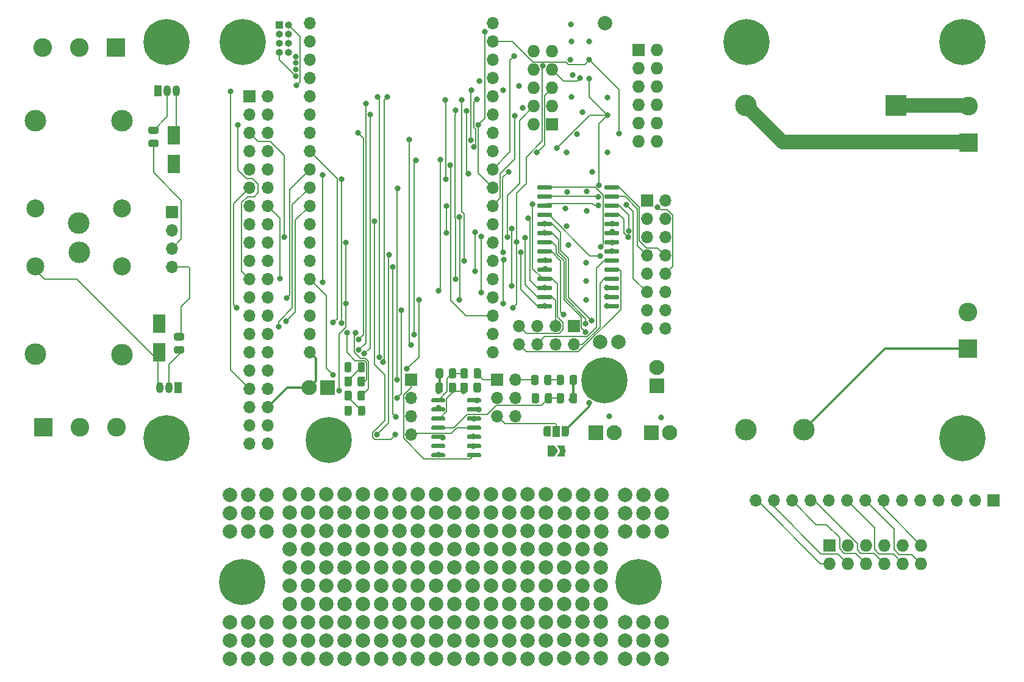
<source format=gbr>
G04 #@! TF.GenerationSoftware,KiCad,Pcbnew,(5.1.9)-1*
G04 #@! TF.CreationDate,2021-05-05T14:43:55+02:00*
G04 #@! TF.ProjectId,MTDevBoard,4d544465-7642-46f6-9172-642e6b696361,rev?*
G04 #@! TF.SameCoordinates,Original*
G04 #@! TF.FileFunction,Copper,L1,Top*
G04 #@! TF.FilePolarity,Positive*
%FSLAX46Y46*%
G04 Gerber Fmt 4.6, Leading zero omitted, Abs format (unit mm)*
G04 Created by KiCad (PCBNEW (5.1.9)-1) date 2021-05-05 14:43:55*
%MOMM*%
%LPD*%
G01*
G04 APERTURE LIST*
G04 #@! TA.AperFunction,ComponentPad*
%ADD10O,1.727200X1.727200*%
G04 #@! TD*
G04 #@! TA.AperFunction,ComponentPad*
%ADD11R,1.727200X1.727200*%
G04 #@! TD*
G04 #@! TA.AperFunction,SMDPad,CuDef*
%ADD12R,1.800000X2.500000*%
G04 #@! TD*
G04 #@! TA.AperFunction,ComponentPad*
%ADD13O,1.000000X1.000000*%
G04 #@! TD*
G04 #@! TA.AperFunction,ComponentPad*
%ADD14R,1.000000X1.000000*%
G04 #@! TD*
G04 #@! TA.AperFunction,ComponentPad*
%ADD15C,1.998980*%
G04 #@! TD*
G04 #@! TA.AperFunction,ComponentPad*
%ADD16O,1.700000X1.700000*%
G04 #@! TD*
G04 #@! TA.AperFunction,SMDPad,CuDef*
%ADD17R,1.000000X1.500000*%
G04 #@! TD*
G04 #@! TA.AperFunction,SMDPad,CuDef*
%ADD18C,0.100000*%
G04 #@! TD*
G04 #@! TA.AperFunction,ComponentPad*
%ADD19R,1.700000X1.700000*%
G04 #@! TD*
G04 #@! TA.AperFunction,ComponentPad*
%ADD20C,2.100000*%
G04 #@! TD*
G04 #@! TA.AperFunction,ComponentPad*
%ADD21R,2.100000X2.100000*%
G04 #@! TD*
G04 #@! TA.AperFunction,ComponentPad*
%ADD22C,6.400000*%
G04 #@! TD*
G04 #@! TA.AperFunction,ComponentPad*
%ADD23C,3.000000*%
G04 #@! TD*
G04 #@! TA.AperFunction,ComponentPad*
%ADD24C,2.500000*%
G04 #@! TD*
G04 #@! TA.AperFunction,ComponentPad*
%ADD25C,2.600000*%
G04 #@! TD*
G04 #@! TA.AperFunction,ComponentPad*
%ADD26R,2.600000X2.600000*%
G04 #@! TD*
G04 #@! TA.AperFunction,ComponentPad*
%ADD27O,1.050000X1.500000*%
G04 #@! TD*
G04 #@! TA.AperFunction,ComponentPad*
%ADD28R,1.050000X1.500000*%
G04 #@! TD*
G04 #@! TA.AperFunction,ComponentPad*
%ADD29R,3.000000X3.000000*%
G04 #@! TD*
G04 #@! TA.AperFunction,ViaPad*
%ADD30C,0.800000*%
G04 #@! TD*
G04 #@! TA.AperFunction,Conductor*
%ADD31C,0.200000*%
G04 #@! TD*
G04 #@! TA.AperFunction,Conductor*
%ADD32C,0.300000*%
G04 #@! TD*
G04 #@! TA.AperFunction,Conductor*
%ADD33C,1.000000*%
G04 #@! TD*
G04 #@! TA.AperFunction,Conductor*
%ADD34C,2.000000*%
G04 #@! TD*
G04 APERTURE END LIST*
D10*
X100030000Y-40570000D03*
X102570000Y-40570000D03*
X100030000Y-43110000D03*
X102570000Y-43110000D03*
X100030000Y-45650000D03*
X102570000Y-45650000D03*
X100030000Y-48190000D03*
X102570000Y-48190000D03*
X100030000Y-50730000D03*
D11*
X102570000Y-50730000D03*
D12*
X50050000Y-52240000D03*
X50050000Y-56240000D03*
X48040000Y-82340000D03*
X48040000Y-78340000D03*
D13*
X65960000Y-40680000D03*
X64690000Y-40680000D03*
X65960000Y-39410000D03*
X64690000Y-39410000D03*
X65960000Y-38140000D03*
X64690000Y-38140000D03*
X65960000Y-36870000D03*
D14*
X64690000Y-36870000D03*
D11*
X141100000Y-109200000D03*
D10*
X141100000Y-111740000D03*
X143640000Y-109200000D03*
X143640000Y-111740000D03*
X146180000Y-109200000D03*
X146180000Y-111740000D03*
X148720000Y-109200000D03*
X148720000Y-111740000D03*
X151260000Y-109200000D03*
X151260000Y-111740000D03*
X153800000Y-109200000D03*
X153800000Y-111740000D03*
D15*
X109900000Y-36670000D03*
D11*
X114530000Y-40390000D03*
D10*
X117070000Y-40390000D03*
X114530000Y-42930000D03*
X117070000Y-42930000D03*
X114530000Y-45470000D03*
X117070000Y-45470000D03*
X114530000Y-48010000D03*
X117070000Y-48010000D03*
X114530000Y-50550000D03*
X117070000Y-50550000D03*
X114530000Y-53090000D03*
X117070000Y-53090000D03*
D16*
X68900000Y-82360000D03*
X94300000Y-82360000D03*
X68900000Y-79820000D03*
X94300000Y-79820000D03*
X68900000Y-77280000D03*
X94300000Y-77280000D03*
X68900000Y-74740000D03*
X94300000Y-74740000D03*
X68900000Y-72200000D03*
X94300000Y-72200000D03*
X68900000Y-69660000D03*
X94300000Y-69660000D03*
X68900000Y-67120000D03*
X94300000Y-67120000D03*
X68900000Y-64580000D03*
X94300000Y-64580000D03*
X68900000Y-62040000D03*
X94300000Y-62040000D03*
X68900000Y-59500000D03*
X94300000Y-59500000D03*
X68900000Y-56960000D03*
X94300000Y-56960000D03*
X68900000Y-54420000D03*
X94300000Y-54420000D03*
X68900000Y-51880000D03*
X94300000Y-51880000D03*
X68900000Y-49340000D03*
X94300000Y-49340000D03*
X68900000Y-46800000D03*
X94300000Y-46800000D03*
X68900000Y-44260000D03*
X94300000Y-44260000D03*
X68900000Y-41720000D03*
X94300000Y-41720000D03*
X68900000Y-39180000D03*
X94300000Y-39180000D03*
X68900000Y-36640000D03*
X94300000Y-36640000D03*
D15*
X109272000Y-80960000D03*
X111812000Y-80960000D03*
D17*
X103124000Y-93330000D03*
G04 #@! TA.AperFunction,SMDPad,CuDef*
D18*
G36*
X104424000Y-92580602D02*
G01*
X104448534Y-92580602D01*
X104497365Y-92585412D01*
X104545490Y-92594984D01*
X104592445Y-92609228D01*
X104637778Y-92628005D01*
X104681051Y-92651136D01*
X104721850Y-92678396D01*
X104759779Y-92709524D01*
X104794476Y-92744221D01*
X104825604Y-92782150D01*
X104852864Y-92822949D01*
X104875995Y-92866222D01*
X104894772Y-92911555D01*
X104909016Y-92958510D01*
X104918588Y-93006635D01*
X104923398Y-93055466D01*
X104923398Y-93080000D01*
X104924000Y-93080000D01*
X104924000Y-93580000D01*
X104923398Y-93580000D01*
X104923398Y-93604534D01*
X104918588Y-93653365D01*
X104909016Y-93701490D01*
X104894772Y-93748445D01*
X104875995Y-93793778D01*
X104852864Y-93837051D01*
X104825604Y-93877850D01*
X104794476Y-93915779D01*
X104759779Y-93950476D01*
X104721850Y-93981604D01*
X104681051Y-94008864D01*
X104637778Y-94031995D01*
X104592445Y-94050772D01*
X104545490Y-94065016D01*
X104497365Y-94074588D01*
X104448534Y-94079398D01*
X104424000Y-94079398D01*
X104424000Y-94080000D01*
X103874000Y-94080000D01*
X103874000Y-92580000D01*
X104424000Y-92580000D01*
X104424000Y-92580602D01*
G37*
G04 #@! TD.AperFunction*
G04 #@! TA.AperFunction,SMDPad,CuDef*
G36*
X102374000Y-94080000D02*
G01*
X101824000Y-94080000D01*
X101824000Y-94079398D01*
X101799466Y-94079398D01*
X101750635Y-94074588D01*
X101702510Y-94065016D01*
X101655555Y-94050772D01*
X101610222Y-94031995D01*
X101566949Y-94008864D01*
X101526150Y-93981604D01*
X101488221Y-93950476D01*
X101453524Y-93915779D01*
X101422396Y-93877850D01*
X101395136Y-93837051D01*
X101372005Y-93793778D01*
X101353228Y-93748445D01*
X101338984Y-93701490D01*
X101329412Y-93653365D01*
X101324602Y-93604534D01*
X101324602Y-93580000D01*
X101324000Y-93580000D01*
X101324000Y-93080000D01*
X101324602Y-93080000D01*
X101324602Y-93055466D01*
X101329412Y-93006635D01*
X101338984Y-92958510D01*
X101353228Y-92911555D01*
X101372005Y-92866222D01*
X101395136Y-92822949D01*
X101422396Y-92782150D01*
X101453524Y-92744221D01*
X101488221Y-92709524D01*
X101526150Y-92678396D01*
X101566949Y-92651136D01*
X101610222Y-92628005D01*
X101655555Y-92609228D01*
X101702510Y-92594984D01*
X101750635Y-92585412D01*
X101799466Y-92580602D01*
X101824000Y-92580602D01*
X101824000Y-92580000D01*
X102374000Y-92580000D01*
X102374000Y-94080000D01*
G37*
G04 #@! TD.AperFunction*
D16*
X83020000Y-93820000D03*
X83020000Y-91280000D03*
X83020000Y-88740000D03*
D19*
X83020000Y-86200000D03*
D16*
X97480000Y-91210000D03*
X94940000Y-91210000D03*
X97480000Y-88670000D03*
X94940000Y-88670000D03*
X97480000Y-86130000D03*
D19*
X94940000Y-86130000D03*
G04 #@! TA.AperFunction,SMDPad,CuDef*
G36*
G01*
X90740000Y-89190000D02*
X90740000Y-88890000D01*
G75*
G02*
X90890000Y-88740000I150000J0D01*
G01*
X92540000Y-88740000D01*
G75*
G02*
X92690000Y-88890000I0J-150000D01*
G01*
X92690000Y-89190000D01*
G75*
G02*
X92540000Y-89340000I-150000J0D01*
G01*
X90890000Y-89340000D01*
G75*
G02*
X90740000Y-89190000I0J150000D01*
G01*
G37*
G04 #@! TD.AperFunction*
G04 #@! TA.AperFunction,SMDPad,CuDef*
G36*
G01*
X90740000Y-90460000D02*
X90740000Y-90160000D01*
G75*
G02*
X90890000Y-90010000I150000J0D01*
G01*
X92540000Y-90010000D01*
G75*
G02*
X92690000Y-90160000I0J-150000D01*
G01*
X92690000Y-90460000D01*
G75*
G02*
X92540000Y-90610000I-150000J0D01*
G01*
X90890000Y-90610000D01*
G75*
G02*
X90740000Y-90460000I0J150000D01*
G01*
G37*
G04 #@! TD.AperFunction*
G04 #@! TA.AperFunction,SMDPad,CuDef*
G36*
G01*
X90740000Y-91730000D02*
X90740000Y-91430000D01*
G75*
G02*
X90890000Y-91280000I150000J0D01*
G01*
X92540000Y-91280000D01*
G75*
G02*
X92690000Y-91430000I0J-150000D01*
G01*
X92690000Y-91730000D01*
G75*
G02*
X92540000Y-91880000I-150000J0D01*
G01*
X90890000Y-91880000D01*
G75*
G02*
X90740000Y-91730000I0J150000D01*
G01*
G37*
G04 #@! TD.AperFunction*
G04 #@! TA.AperFunction,SMDPad,CuDef*
G36*
G01*
X90740000Y-93000000D02*
X90740000Y-92700000D01*
G75*
G02*
X90890000Y-92550000I150000J0D01*
G01*
X92540000Y-92550000D01*
G75*
G02*
X92690000Y-92700000I0J-150000D01*
G01*
X92690000Y-93000000D01*
G75*
G02*
X92540000Y-93150000I-150000J0D01*
G01*
X90890000Y-93150000D01*
G75*
G02*
X90740000Y-93000000I0J150000D01*
G01*
G37*
G04 #@! TD.AperFunction*
G04 #@! TA.AperFunction,SMDPad,CuDef*
G36*
G01*
X90740000Y-94270000D02*
X90740000Y-93970000D01*
G75*
G02*
X90890000Y-93820000I150000J0D01*
G01*
X92540000Y-93820000D01*
G75*
G02*
X92690000Y-93970000I0J-150000D01*
G01*
X92690000Y-94270000D01*
G75*
G02*
X92540000Y-94420000I-150000J0D01*
G01*
X90890000Y-94420000D01*
G75*
G02*
X90740000Y-94270000I0J150000D01*
G01*
G37*
G04 #@! TD.AperFunction*
G04 #@! TA.AperFunction,SMDPad,CuDef*
G36*
G01*
X90740000Y-95540000D02*
X90740000Y-95240000D01*
G75*
G02*
X90890000Y-95090000I150000J0D01*
G01*
X92540000Y-95090000D01*
G75*
G02*
X92690000Y-95240000I0J-150000D01*
G01*
X92690000Y-95540000D01*
G75*
G02*
X92540000Y-95690000I-150000J0D01*
G01*
X90890000Y-95690000D01*
G75*
G02*
X90740000Y-95540000I0J150000D01*
G01*
G37*
G04 #@! TD.AperFunction*
G04 #@! TA.AperFunction,SMDPad,CuDef*
G36*
G01*
X90740000Y-96810000D02*
X90740000Y-96510000D01*
G75*
G02*
X90890000Y-96360000I150000J0D01*
G01*
X92540000Y-96360000D01*
G75*
G02*
X92690000Y-96510000I0J-150000D01*
G01*
X92690000Y-96810000D01*
G75*
G02*
X92540000Y-96960000I-150000J0D01*
G01*
X90890000Y-96960000D01*
G75*
G02*
X90740000Y-96810000I0J150000D01*
G01*
G37*
G04 #@! TD.AperFunction*
G04 #@! TA.AperFunction,SMDPad,CuDef*
G36*
G01*
X85790000Y-96810000D02*
X85790000Y-96510000D01*
G75*
G02*
X85940000Y-96360000I150000J0D01*
G01*
X87590000Y-96360000D01*
G75*
G02*
X87740000Y-96510000I0J-150000D01*
G01*
X87740000Y-96810000D01*
G75*
G02*
X87590000Y-96960000I-150000J0D01*
G01*
X85940000Y-96960000D01*
G75*
G02*
X85790000Y-96810000I0J150000D01*
G01*
G37*
G04 #@! TD.AperFunction*
G04 #@! TA.AperFunction,SMDPad,CuDef*
G36*
G01*
X85790000Y-95540000D02*
X85790000Y-95240000D01*
G75*
G02*
X85940000Y-95090000I150000J0D01*
G01*
X87590000Y-95090000D01*
G75*
G02*
X87740000Y-95240000I0J-150000D01*
G01*
X87740000Y-95540000D01*
G75*
G02*
X87590000Y-95690000I-150000J0D01*
G01*
X85940000Y-95690000D01*
G75*
G02*
X85790000Y-95540000I0J150000D01*
G01*
G37*
G04 #@! TD.AperFunction*
G04 #@! TA.AperFunction,SMDPad,CuDef*
G36*
G01*
X85790000Y-94270000D02*
X85790000Y-93970000D01*
G75*
G02*
X85940000Y-93820000I150000J0D01*
G01*
X87590000Y-93820000D01*
G75*
G02*
X87740000Y-93970000I0J-150000D01*
G01*
X87740000Y-94270000D01*
G75*
G02*
X87590000Y-94420000I-150000J0D01*
G01*
X85940000Y-94420000D01*
G75*
G02*
X85790000Y-94270000I0J150000D01*
G01*
G37*
G04 #@! TD.AperFunction*
G04 #@! TA.AperFunction,SMDPad,CuDef*
G36*
G01*
X85790000Y-93000000D02*
X85790000Y-92700000D01*
G75*
G02*
X85940000Y-92550000I150000J0D01*
G01*
X87590000Y-92550000D01*
G75*
G02*
X87740000Y-92700000I0J-150000D01*
G01*
X87740000Y-93000000D01*
G75*
G02*
X87590000Y-93150000I-150000J0D01*
G01*
X85940000Y-93150000D01*
G75*
G02*
X85790000Y-93000000I0J150000D01*
G01*
G37*
G04 #@! TD.AperFunction*
G04 #@! TA.AperFunction,SMDPad,CuDef*
G36*
G01*
X85790000Y-91730000D02*
X85790000Y-91430000D01*
G75*
G02*
X85940000Y-91280000I150000J0D01*
G01*
X87590000Y-91280000D01*
G75*
G02*
X87740000Y-91430000I0J-150000D01*
G01*
X87740000Y-91730000D01*
G75*
G02*
X87590000Y-91880000I-150000J0D01*
G01*
X85940000Y-91880000D01*
G75*
G02*
X85790000Y-91730000I0J150000D01*
G01*
G37*
G04 #@! TD.AperFunction*
G04 #@! TA.AperFunction,SMDPad,CuDef*
G36*
G01*
X85790000Y-90460000D02*
X85790000Y-90160000D01*
G75*
G02*
X85940000Y-90010000I150000J0D01*
G01*
X87590000Y-90010000D01*
G75*
G02*
X87740000Y-90160000I0J-150000D01*
G01*
X87740000Y-90460000D01*
G75*
G02*
X87590000Y-90610000I-150000J0D01*
G01*
X85940000Y-90610000D01*
G75*
G02*
X85790000Y-90460000I0J150000D01*
G01*
G37*
G04 #@! TD.AperFunction*
G04 #@! TA.AperFunction,SMDPad,CuDef*
G36*
G01*
X85790000Y-89190000D02*
X85790000Y-88890000D01*
G75*
G02*
X85940000Y-88740000I150000J0D01*
G01*
X87590000Y-88740000D01*
G75*
G02*
X87740000Y-88890000I0J-150000D01*
G01*
X87740000Y-89190000D01*
G75*
G02*
X87590000Y-89340000I-150000J0D01*
G01*
X85940000Y-89340000D01*
G75*
G02*
X85790000Y-89190000I0J150000D01*
G01*
G37*
G04 #@! TD.AperFunction*
D16*
X97940000Y-81260000D03*
X97940000Y-78720000D03*
X100480000Y-81260000D03*
X100480000Y-78720000D03*
X103020000Y-81260000D03*
X103020000Y-78720000D03*
X105560000Y-81260000D03*
D19*
X105560000Y-78720000D03*
G04 #@! TA.AperFunction,SMDPad,CuDef*
G36*
G01*
X109825000Y-59600000D02*
X109825000Y-59300000D01*
G75*
G02*
X109975000Y-59150000I150000J0D01*
G01*
X111725000Y-59150000D01*
G75*
G02*
X111875000Y-59300000I0J-150000D01*
G01*
X111875000Y-59600000D01*
G75*
G02*
X111725000Y-59750000I-150000J0D01*
G01*
X109975000Y-59750000D01*
G75*
G02*
X109825000Y-59600000I0J150000D01*
G01*
G37*
G04 #@! TD.AperFunction*
G04 #@! TA.AperFunction,SMDPad,CuDef*
G36*
G01*
X109825000Y-60870000D02*
X109825000Y-60570000D01*
G75*
G02*
X109975000Y-60420000I150000J0D01*
G01*
X111725000Y-60420000D01*
G75*
G02*
X111875000Y-60570000I0J-150000D01*
G01*
X111875000Y-60870000D01*
G75*
G02*
X111725000Y-61020000I-150000J0D01*
G01*
X109975000Y-61020000D01*
G75*
G02*
X109825000Y-60870000I0J150000D01*
G01*
G37*
G04 #@! TD.AperFunction*
G04 #@! TA.AperFunction,SMDPad,CuDef*
G36*
G01*
X109825000Y-62140000D02*
X109825000Y-61840000D01*
G75*
G02*
X109975000Y-61690000I150000J0D01*
G01*
X111725000Y-61690000D01*
G75*
G02*
X111875000Y-61840000I0J-150000D01*
G01*
X111875000Y-62140000D01*
G75*
G02*
X111725000Y-62290000I-150000J0D01*
G01*
X109975000Y-62290000D01*
G75*
G02*
X109825000Y-62140000I0J150000D01*
G01*
G37*
G04 #@! TD.AperFunction*
G04 #@! TA.AperFunction,SMDPad,CuDef*
G36*
G01*
X109825000Y-63410000D02*
X109825000Y-63110000D01*
G75*
G02*
X109975000Y-62960000I150000J0D01*
G01*
X111725000Y-62960000D01*
G75*
G02*
X111875000Y-63110000I0J-150000D01*
G01*
X111875000Y-63410000D01*
G75*
G02*
X111725000Y-63560000I-150000J0D01*
G01*
X109975000Y-63560000D01*
G75*
G02*
X109825000Y-63410000I0J150000D01*
G01*
G37*
G04 #@! TD.AperFunction*
G04 #@! TA.AperFunction,SMDPad,CuDef*
G36*
G01*
X109825000Y-64680000D02*
X109825000Y-64380000D01*
G75*
G02*
X109975000Y-64230000I150000J0D01*
G01*
X111725000Y-64230000D01*
G75*
G02*
X111875000Y-64380000I0J-150000D01*
G01*
X111875000Y-64680000D01*
G75*
G02*
X111725000Y-64830000I-150000J0D01*
G01*
X109975000Y-64830000D01*
G75*
G02*
X109825000Y-64680000I0J150000D01*
G01*
G37*
G04 #@! TD.AperFunction*
G04 #@! TA.AperFunction,SMDPad,CuDef*
G36*
G01*
X109825000Y-65950000D02*
X109825000Y-65650000D01*
G75*
G02*
X109975000Y-65500000I150000J0D01*
G01*
X111725000Y-65500000D01*
G75*
G02*
X111875000Y-65650000I0J-150000D01*
G01*
X111875000Y-65950000D01*
G75*
G02*
X111725000Y-66100000I-150000J0D01*
G01*
X109975000Y-66100000D01*
G75*
G02*
X109825000Y-65950000I0J150000D01*
G01*
G37*
G04 #@! TD.AperFunction*
G04 #@! TA.AperFunction,SMDPad,CuDef*
G36*
G01*
X109825000Y-67220000D02*
X109825000Y-66920000D01*
G75*
G02*
X109975000Y-66770000I150000J0D01*
G01*
X111725000Y-66770000D01*
G75*
G02*
X111875000Y-66920000I0J-150000D01*
G01*
X111875000Y-67220000D01*
G75*
G02*
X111725000Y-67370000I-150000J0D01*
G01*
X109975000Y-67370000D01*
G75*
G02*
X109825000Y-67220000I0J150000D01*
G01*
G37*
G04 #@! TD.AperFunction*
G04 #@! TA.AperFunction,SMDPad,CuDef*
G36*
G01*
X109825000Y-68490000D02*
X109825000Y-68190000D01*
G75*
G02*
X109975000Y-68040000I150000J0D01*
G01*
X111725000Y-68040000D01*
G75*
G02*
X111875000Y-68190000I0J-150000D01*
G01*
X111875000Y-68490000D01*
G75*
G02*
X111725000Y-68640000I-150000J0D01*
G01*
X109975000Y-68640000D01*
G75*
G02*
X109825000Y-68490000I0J150000D01*
G01*
G37*
G04 #@! TD.AperFunction*
G04 #@! TA.AperFunction,SMDPad,CuDef*
G36*
G01*
X109825000Y-69760000D02*
X109825000Y-69460000D01*
G75*
G02*
X109975000Y-69310000I150000J0D01*
G01*
X111725000Y-69310000D01*
G75*
G02*
X111875000Y-69460000I0J-150000D01*
G01*
X111875000Y-69760000D01*
G75*
G02*
X111725000Y-69910000I-150000J0D01*
G01*
X109975000Y-69910000D01*
G75*
G02*
X109825000Y-69760000I0J150000D01*
G01*
G37*
G04 #@! TD.AperFunction*
G04 #@! TA.AperFunction,SMDPad,CuDef*
G36*
G01*
X109825000Y-71030000D02*
X109825000Y-70730000D01*
G75*
G02*
X109975000Y-70580000I150000J0D01*
G01*
X111725000Y-70580000D01*
G75*
G02*
X111875000Y-70730000I0J-150000D01*
G01*
X111875000Y-71030000D01*
G75*
G02*
X111725000Y-71180000I-150000J0D01*
G01*
X109975000Y-71180000D01*
G75*
G02*
X109825000Y-71030000I0J150000D01*
G01*
G37*
G04 #@! TD.AperFunction*
G04 #@! TA.AperFunction,SMDPad,CuDef*
G36*
G01*
X109825000Y-72300000D02*
X109825000Y-72000000D01*
G75*
G02*
X109975000Y-71850000I150000J0D01*
G01*
X111725000Y-71850000D01*
G75*
G02*
X111875000Y-72000000I0J-150000D01*
G01*
X111875000Y-72300000D01*
G75*
G02*
X111725000Y-72450000I-150000J0D01*
G01*
X109975000Y-72450000D01*
G75*
G02*
X109825000Y-72300000I0J150000D01*
G01*
G37*
G04 #@! TD.AperFunction*
G04 #@! TA.AperFunction,SMDPad,CuDef*
G36*
G01*
X109825000Y-73570000D02*
X109825000Y-73270000D01*
G75*
G02*
X109975000Y-73120000I150000J0D01*
G01*
X111725000Y-73120000D01*
G75*
G02*
X111875000Y-73270000I0J-150000D01*
G01*
X111875000Y-73570000D01*
G75*
G02*
X111725000Y-73720000I-150000J0D01*
G01*
X109975000Y-73720000D01*
G75*
G02*
X109825000Y-73570000I0J150000D01*
G01*
G37*
G04 #@! TD.AperFunction*
G04 #@! TA.AperFunction,SMDPad,CuDef*
G36*
G01*
X109825000Y-74840000D02*
X109825000Y-74540000D01*
G75*
G02*
X109975000Y-74390000I150000J0D01*
G01*
X111725000Y-74390000D01*
G75*
G02*
X111875000Y-74540000I0J-150000D01*
G01*
X111875000Y-74840000D01*
G75*
G02*
X111725000Y-74990000I-150000J0D01*
G01*
X109975000Y-74990000D01*
G75*
G02*
X109825000Y-74840000I0J150000D01*
G01*
G37*
G04 #@! TD.AperFunction*
G04 #@! TA.AperFunction,SMDPad,CuDef*
G36*
G01*
X109825000Y-76110000D02*
X109825000Y-75810000D01*
G75*
G02*
X109975000Y-75660000I150000J0D01*
G01*
X111725000Y-75660000D01*
G75*
G02*
X111875000Y-75810000I0J-150000D01*
G01*
X111875000Y-76110000D01*
G75*
G02*
X111725000Y-76260000I-150000J0D01*
G01*
X109975000Y-76260000D01*
G75*
G02*
X109825000Y-76110000I0J150000D01*
G01*
G37*
G04 #@! TD.AperFunction*
G04 #@! TA.AperFunction,SMDPad,CuDef*
G36*
G01*
X100525000Y-76110000D02*
X100525000Y-75810000D01*
G75*
G02*
X100675000Y-75660000I150000J0D01*
G01*
X102425000Y-75660000D01*
G75*
G02*
X102575000Y-75810000I0J-150000D01*
G01*
X102575000Y-76110000D01*
G75*
G02*
X102425000Y-76260000I-150000J0D01*
G01*
X100675000Y-76260000D01*
G75*
G02*
X100525000Y-76110000I0J150000D01*
G01*
G37*
G04 #@! TD.AperFunction*
G04 #@! TA.AperFunction,SMDPad,CuDef*
G36*
G01*
X100525000Y-74840000D02*
X100525000Y-74540000D01*
G75*
G02*
X100675000Y-74390000I150000J0D01*
G01*
X102425000Y-74390000D01*
G75*
G02*
X102575000Y-74540000I0J-150000D01*
G01*
X102575000Y-74840000D01*
G75*
G02*
X102425000Y-74990000I-150000J0D01*
G01*
X100675000Y-74990000D01*
G75*
G02*
X100525000Y-74840000I0J150000D01*
G01*
G37*
G04 #@! TD.AperFunction*
G04 #@! TA.AperFunction,SMDPad,CuDef*
G36*
G01*
X100525000Y-73570000D02*
X100525000Y-73270000D01*
G75*
G02*
X100675000Y-73120000I150000J0D01*
G01*
X102425000Y-73120000D01*
G75*
G02*
X102575000Y-73270000I0J-150000D01*
G01*
X102575000Y-73570000D01*
G75*
G02*
X102425000Y-73720000I-150000J0D01*
G01*
X100675000Y-73720000D01*
G75*
G02*
X100525000Y-73570000I0J150000D01*
G01*
G37*
G04 #@! TD.AperFunction*
G04 #@! TA.AperFunction,SMDPad,CuDef*
G36*
G01*
X100525000Y-72300000D02*
X100525000Y-72000000D01*
G75*
G02*
X100675000Y-71850000I150000J0D01*
G01*
X102425000Y-71850000D01*
G75*
G02*
X102575000Y-72000000I0J-150000D01*
G01*
X102575000Y-72300000D01*
G75*
G02*
X102425000Y-72450000I-150000J0D01*
G01*
X100675000Y-72450000D01*
G75*
G02*
X100525000Y-72300000I0J150000D01*
G01*
G37*
G04 #@! TD.AperFunction*
G04 #@! TA.AperFunction,SMDPad,CuDef*
G36*
G01*
X100525000Y-71030000D02*
X100525000Y-70730000D01*
G75*
G02*
X100675000Y-70580000I150000J0D01*
G01*
X102425000Y-70580000D01*
G75*
G02*
X102575000Y-70730000I0J-150000D01*
G01*
X102575000Y-71030000D01*
G75*
G02*
X102425000Y-71180000I-150000J0D01*
G01*
X100675000Y-71180000D01*
G75*
G02*
X100525000Y-71030000I0J150000D01*
G01*
G37*
G04 #@! TD.AperFunction*
G04 #@! TA.AperFunction,SMDPad,CuDef*
G36*
G01*
X100525000Y-69760000D02*
X100525000Y-69460000D01*
G75*
G02*
X100675000Y-69310000I150000J0D01*
G01*
X102425000Y-69310000D01*
G75*
G02*
X102575000Y-69460000I0J-150000D01*
G01*
X102575000Y-69760000D01*
G75*
G02*
X102425000Y-69910000I-150000J0D01*
G01*
X100675000Y-69910000D01*
G75*
G02*
X100525000Y-69760000I0J150000D01*
G01*
G37*
G04 #@! TD.AperFunction*
G04 #@! TA.AperFunction,SMDPad,CuDef*
G36*
G01*
X100525000Y-68490000D02*
X100525000Y-68190000D01*
G75*
G02*
X100675000Y-68040000I150000J0D01*
G01*
X102425000Y-68040000D01*
G75*
G02*
X102575000Y-68190000I0J-150000D01*
G01*
X102575000Y-68490000D01*
G75*
G02*
X102425000Y-68640000I-150000J0D01*
G01*
X100675000Y-68640000D01*
G75*
G02*
X100525000Y-68490000I0J150000D01*
G01*
G37*
G04 #@! TD.AperFunction*
G04 #@! TA.AperFunction,SMDPad,CuDef*
G36*
G01*
X100525000Y-67220000D02*
X100525000Y-66920000D01*
G75*
G02*
X100675000Y-66770000I150000J0D01*
G01*
X102425000Y-66770000D01*
G75*
G02*
X102575000Y-66920000I0J-150000D01*
G01*
X102575000Y-67220000D01*
G75*
G02*
X102425000Y-67370000I-150000J0D01*
G01*
X100675000Y-67370000D01*
G75*
G02*
X100525000Y-67220000I0J150000D01*
G01*
G37*
G04 #@! TD.AperFunction*
G04 #@! TA.AperFunction,SMDPad,CuDef*
G36*
G01*
X100525000Y-65950000D02*
X100525000Y-65650000D01*
G75*
G02*
X100675000Y-65500000I150000J0D01*
G01*
X102425000Y-65500000D01*
G75*
G02*
X102575000Y-65650000I0J-150000D01*
G01*
X102575000Y-65950000D01*
G75*
G02*
X102425000Y-66100000I-150000J0D01*
G01*
X100675000Y-66100000D01*
G75*
G02*
X100525000Y-65950000I0J150000D01*
G01*
G37*
G04 #@! TD.AperFunction*
G04 #@! TA.AperFunction,SMDPad,CuDef*
G36*
G01*
X100525000Y-64680000D02*
X100525000Y-64380000D01*
G75*
G02*
X100675000Y-64230000I150000J0D01*
G01*
X102425000Y-64230000D01*
G75*
G02*
X102575000Y-64380000I0J-150000D01*
G01*
X102575000Y-64680000D01*
G75*
G02*
X102425000Y-64830000I-150000J0D01*
G01*
X100675000Y-64830000D01*
G75*
G02*
X100525000Y-64680000I0J150000D01*
G01*
G37*
G04 #@! TD.AperFunction*
G04 #@! TA.AperFunction,SMDPad,CuDef*
G36*
G01*
X100525000Y-63410000D02*
X100525000Y-63110000D01*
G75*
G02*
X100675000Y-62960000I150000J0D01*
G01*
X102425000Y-62960000D01*
G75*
G02*
X102575000Y-63110000I0J-150000D01*
G01*
X102575000Y-63410000D01*
G75*
G02*
X102425000Y-63560000I-150000J0D01*
G01*
X100675000Y-63560000D01*
G75*
G02*
X100525000Y-63410000I0J150000D01*
G01*
G37*
G04 #@! TD.AperFunction*
G04 #@! TA.AperFunction,SMDPad,CuDef*
G36*
G01*
X100525000Y-62140000D02*
X100525000Y-61840000D01*
G75*
G02*
X100675000Y-61690000I150000J0D01*
G01*
X102425000Y-61690000D01*
G75*
G02*
X102575000Y-61840000I0J-150000D01*
G01*
X102575000Y-62140000D01*
G75*
G02*
X102425000Y-62290000I-150000J0D01*
G01*
X100675000Y-62290000D01*
G75*
G02*
X100525000Y-62140000I0J150000D01*
G01*
G37*
G04 #@! TD.AperFunction*
G04 #@! TA.AperFunction,SMDPad,CuDef*
G36*
G01*
X100525000Y-60870000D02*
X100525000Y-60570000D01*
G75*
G02*
X100675000Y-60420000I150000J0D01*
G01*
X102425000Y-60420000D01*
G75*
G02*
X102575000Y-60570000I0J-150000D01*
G01*
X102575000Y-60870000D01*
G75*
G02*
X102425000Y-61020000I-150000J0D01*
G01*
X100675000Y-61020000D01*
G75*
G02*
X100525000Y-60870000I0J150000D01*
G01*
G37*
G04 #@! TD.AperFunction*
G04 #@! TA.AperFunction,SMDPad,CuDef*
G36*
G01*
X100525000Y-59600000D02*
X100525000Y-59300000D01*
G75*
G02*
X100675000Y-59150000I150000J0D01*
G01*
X102425000Y-59150000D01*
G75*
G02*
X102575000Y-59300000I0J-150000D01*
G01*
X102575000Y-59600000D01*
G75*
G02*
X102425000Y-59750000I-150000J0D01*
G01*
X100675000Y-59750000D01*
G75*
G02*
X100525000Y-59600000I0J150000D01*
G01*
G37*
G04 #@! TD.AperFunction*
G04 #@! TA.AperFunction,SMDPad,CuDef*
G36*
G01*
X75610000Y-84886250D02*
X75610000Y-83973750D01*
G75*
G02*
X75853750Y-83730000I243750J0D01*
G01*
X76341250Y-83730000D01*
G75*
G02*
X76585000Y-83973750I0J-243750D01*
G01*
X76585000Y-84886250D01*
G75*
G02*
X76341250Y-85130000I-243750J0D01*
G01*
X75853750Y-85130000D01*
G75*
G02*
X75610000Y-84886250I0J243750D01*
G01*
G37*
G04 #@! TD.AperFunction*
G04 #@! TA.AperFunction,SMDPad,CuDef*
G36*
G01*
X73735000Y-84886250D02*
X73735000Y-83973750D01*
G75*
G02*
X73978750Y-83730000I243750J0D01*
G01*
X74466250Y-83730000D01*
G75*
G02*
X74710000Y-83973750I0J-243750D01*
G01*
X74710000Y-84886250D01*
G75*
G02*
X74466250Y-85130000I-243750J0D01*
G01*
X73978750Y-85130000D01*
G75*
G02*
X73735000Y-84886250I0J243750D01*
G01*
G37*
G04 #@! TD.AperFunction*
G04 #@! TA.AperFunction,SMDPad,CuDef*
G36*
G01*
X75640000Y-90936250D02*
X75640000Y-90023750D01*
G75*
G02*
X75883750Y-89780000I243750J0D01*
G01*
X76371250Y-89780000D01*
G75*
G02*
X76615000Y-90023750I0J-243750D01*
G01*
X76615000Y-90936250D01*
G75*
G02*
X76371250Y-91180000I-243750J0D01*
G01*
X75883750Y-91180000D01*
G75*
G02*
X75640000Y-90936250I0J243750D01*
G01*
G37*
G04 #@! TD.AperFunction*
G04 #@! TA.AperFunction,SMDPad,CuDef*
G36*
G01*
X73765000Y-90936250D02*
X73765000Y-90023750D01*
G75*
G02*
X74008750Y-89780000I243750J0D01*
G01*
X74496250Y-89780000D01*
G75*
G02*
X74740000Y-90023750I0J-243750D01*
G01*
X74740000Y-90936250D01*
G75*
G02*
X74496250Y-91180000I-243750J0D01*
G01*
X74008750Y-91180000D01*
G75*
G02*
X73765000Y-90936250I0J243750D01*
G01*
G37*
G04 #@! TD.AperFunction*
D16*
X118280000Y-79080000D03*
X115740000Y-79080000D03*
X118280000Y-76540000D03*
X115740000Y-76540000D03*
X118280000Y-74000000D03*
X115740000Y-74000000D03*
X118280000Y-71460000D03*
X115740000Y-71460000D03*
X118280000Y-68920000D03*
X115740000Y-68920000D03*
X118280000Y-66380000D03*
X115740000Y-66380000D03*
X118280000Y-63840000D03*
X115740000Y-63840000D03*
X118280000Y-61300000D03*
D19*
X115740000Y-61300000D03*
D20*
X117120000Y-84490000D03*
D21*
X117120000Y-87030000D03*
D20*
X68820000Y-87270000D03*
D21*
X71360000Y-87270000D03*
D20*
X118850000Y-93510000D03*
D21*
X116310000Y-93510000D03*
D20*
X111216000Y-93544000D03*
D21*
X108676000Y-93544000D03*
G04 #@! TA.AperFunction,SMDPad,CuDef*
G36*
G01*
X101557500Y-89190002D02*
X101557500Y-88289998D01*
G75*
G02*
X101807498Y-88040000I249998J0D01*
G01*
X102332502Y-88040000D01*
G75*
G02*
X102582500Y-88289998I0J-249998D01*
G01*
X102582500Y-89190002D01*
G75*
G02*
X102332502Y-89440000I-249998J0D01*
G01*
X101807498Y-89440000D01*
G75*
G02*
X101557500Y-89190002I0J249998D01*
G01*
G37*
G04 #@! TD.AperFunction*
G04 #@! TA.AperFunction,SMDPad,CuDef*
G36*
G01*
X99732500Y-89190002D02*
X99732500Y-88289998D01*
G75*
G02*
X99982498Y-88040000I249998J0D01*
G01*
X100507502Y-88040000D01*
G75*
G02*
X100757500Y-88289998I0J-249998D01*
G01*
X100757500Y-89190002D01*
G75*
G02*
X100507502Y-89440000I-249998J0D01*
G01*
X99982498Y-89440000D01*
G75*
G02*
X99732500Y-89190002I0J249998D01*
G01*
G37*
G04 #@! TD.AperFunction*
G04 #@! TA.AperFunction,SMDPad,CuDef*
G36*
G01*
X90862500Y-86809998D02*
X90862500Y-87710002D01*
G75*
G02*
X90612502Y-87960000I-249998J0D01*
G01*
X90087498Y-87960000D01*
G75*
G02*
X89837500Y-87710002I0J249998D01*
G01*
X89837500Y-86809998D01*
G75*
G02*
X90087498Y-86560000I249998J0D01*
G01*
X90612502Y-86560000D01*
G75*
G02*
X90862500Y-86809998I0J-249998D01*
G01*
G37*
G04 #@! TD.AperFunction*
G04 #@! TA.AperFunction,SMDPad,CuDef*
G36*
G01*
X92687500Y-86809998D02*
X92687500Y-87710002D01*
G75*
G02*
X92437502Y-87960000I-249998J0D01*
G01*
X91912498Y-87960000D01*
G75*
G02*
X91662500Y-87710002I0J249998D01*
G01*
X91662500Y-86809998D01*
G75*
G02*
X91912498Y-86560000I249998J0D01*
G01*
X92437502Y-86560000D01*
G75*
G02*
X92687500Y-86809998I0J-249998D01*
G01*
G37*
G04 #@! TD.AperFunction*
G04 #@! TA.AperFunction,SMDPad,CuDef*
G36*
G01*
X101480000Y-86650002D02*
X101480000Y-85749998D01*
G75*
G02*
X101729998Y-85500000I249998J0D01*
G01*
X102255002Y-85500000D01*
G75*
G02*
X102505000Y-85749998I0J-249998D01*
G01*
X102505000Y-86650002D01*
G75*
G02*
X102255002Y-86900000I-249998J0D01*
G01*
X101729998Y-86900000D01*
G75*
G02*
X101480000Y-86650002I0J249998D01*
G01*
G37*
G04 #@! TD.AperFunction*
G04 #@! TA.AperFunction,SMDPad,CuDef*
G36*
G01*
X99655000Y-86650002D02*
X99655000Y-85749998D01*
G75*
G02*
X99904998Y-85500000I249998J0D01*
G01*
X100430002Y-85500000D01*
G75*
G02*
X100680000Y-85749998I0J-249998D01*
G01*
X100680000Y-86650002D01*
G75*
G02*
X100430002Y-86900000I-249998J0D01*
G01*
X99904998Y-86900000D01*
G75*
G02*
X99655000Y-86650002I0J249998D01*
G01*
G37*
G04 #@! TD.AperFunction*
G04 #@! TA.AperFunction,SMDPad,CuDef*
G36*
G01*
X105027500Y-89190002D02*
X105027500Y-88289998D01*
G75*
G02*
X105277498Y-88040000I249998J0D01*
G01*
X105802502Y-88040000D01*
G75*
G02*
X106052500Y-88289998I0J-249998D01*
G01*
X106052500Y-89190002D01*
G75*
G02*
X105802502Y-89440000I-249998J0D01*
G01*
X105277498Y-89440000D01*
G75*
G02*
X105027500Y-89190002I0J249998D01*
G01*
G37*
G04 #@! TD.AperFunction*
G04 #@! TA.AperFunction,SMDPad,CuDef*
G36*
G01*
X103202500Y-89190002D02*
X103202500Y-88289998D01*
G75*
G02*
X103452498Y-88040000I249998J0D01*
G01*
X103977502Y-88040000D01*
G75*
G02*
X104227500Y-88289998I0J-249998D01*
G01*
X104227500Y-89190002D01*
G75*
G02*
X103977502Y-89440000I-249998J0D01*
G01*
X103452498Y-89440000D01*
G75*
G02*
X103202500Y-89190002I0J249998D01*
G01*
G37*
G04 #@! TD.AperFunction*
G04 #@! TA.AperFunction,SMDPad,CuDef*
G36*
G01*
X87422500Y-86809998D02*
X87422500Y-87710002D01*
G75*
G02*
X87172502Y-87960000I-249998J0D01*
G01*
X86647498Y-87960000D01*
G75*
G02*
X86397500Y-87710002I0J249998D01*
G01*
X86397500Y-86809998D01*
G75*
G02*
X86647498Y-86560000I249998J0D01*
G01*
X87172502Y-86560000D01*
G75*
G02*
X87422500Y-86809998I0J-249998D01*
G01*
G37*
G04 #@! TD.AperFunction*
G04 #@! TA.AperFunction,SMDPad,CuDef*
G36*
G01*
X89247500Y-86809998D02*
X89247500Y-87710002D01*
G75*
G02*
X88997502Y-87960000I-249998J0D01*
G01*
X88472498Y-87960000D01*
G75*
G02*
X88222500Y-87710002I0J249998D01*
G01*
X88222500Y-86809998D01*
G75*
G02*
X88472498Y-86560000I249998J0D01*
G01*
X88997502Y-86560000D01*
G75*
G02*
X89247500Y-86809998I0J-249998D01*
G01*
G37*
G04 #@! TD.AperFunction*
G04 #@! TA.AperFunction,SMDPad,CuDef*
G36*
G01*
X87442500Y-84839998D02*
X87442500Y-85740002D01*
G75*
G02*
X87192502Y-85990000I-249998J0D01*
G01*
X86667498Y-85990000D01*
G75*
G02*
X86417500Y-85740002I0J249998D01*
G01*
X86417500Y-84839998D01*
G75*
G02*
X86667498Y-84590000I249998J0D01*
G01*
X87192502Y-84590000D01*
G75*
G02*
X87442500Y-84839998I0J-249998D01*
G01*
G37*
G04 #@! TD.AperFunction*
G04 #@! TA.AperFunction,SMDPad,CuDef*
G36*
G01*
X89267500Y-84839998D02*
X89267500Y-85740002D01*
G75*
G02*
X89017502Y-85990000I-249998J0D01*
G01*
X88492498Y-85990000D01*
G75*
G02*
X88242500Y-85740002I0J249998D01*
G01*
X88242500Y-84839998D01*
G75*
G02*
X88492498Y-84590000I249998J0D01*
G01*
X89017502Y-84590000D01*
G75*
G02*
X89267500Y-84839998I0J-249998D01*
G01*
G37*
G04 #@! TD.AperFunction*
G04 #@! TA.AperFunction,SMDPad,CuDef*
G36*
G01*
X90882500Y-84839998D02*
X90882500Y-85740002D01*
G75*
G02*
X90632502Y-85990000I-249998J0D01*
G01*
X90107498Y-85990000D01*
G75*
G02*
X89857500Y-85740002I0J249998D01*
G01*
X89857500Y-84839998D01*
G75*
G02*
X90107498Y-84590000I249998J0D01*
G01*
X90632502Y-84590000D01*
G75*
G02*
X90882500Y-84839998I0J-249998D01*
G01*
G37*
G04 #@! TD.AperFunction*
G04 #@! TA.AperFunction,SMDPad,CuDef*
G36*
G01*
X92707500Y-84839998D02*
X92707500Y-85740002D01*
G75*
G02*
X92457502Y-85990000I-249998J0D01*
G01*
X91932498Y-85990000D01*
G75*
G02*
X91682500Y-85740002I0J249998D01*
G01*
X91682500Y-84839998D01*
G75*
G02*
X91932498Y-84590000I249998J0D01*
G01*
X92457502Y-84590000D01*
G75*
G02*
X92707500Y-84839998I0J-249998D01*
G01*
G37*
G04 #@! TD.AperFunction*
G04 #@! TA.AperFunction,SMDPad,CuDef*
G36*
G01*
X105010000Y-86650002D02*
X105010000Y-85749998D01*
G75*
G02*
X105259998Y-85500000I249998J0D01*
G01*
X105785002Y-85500000D01*
G75*
G02*
X106035000Y-85749998I0J-249998D01*
G01*
X106035000Y-86650002D01*
G75*
G02*
X105785002Y-86900000I-249998J0D01*
G01*
X105259998Y-86900000D01*
G75*
G02*
X105010000Y-86650002I0J249998D01*
G01*
G37*
G04 #@! TD.AperFunction*
G04 #@! TA.AperFunction,SMDPad,CuDef*
G36*
G01*
X103185000Y-86650002D02*
X103185000Y-85749998D01*
G75*
G02*
X103434998Y-85500000I249998J0D01*
G01*
X103960002Y-85500000D01*
G75*
G02*
X104210000Y-85749998I0J-249998D01*
G01*
X104210000Y-86650002D01*
G75*
G02*
X103960002Y-86900000I-249998J0D01*
G01*
X103434998Y-86900000D01*
G75*
G02*
X103185000Y-86650002I0J249998D01*
G01*
G37*
G04 #@! TD.AperFunction*
G04 #@! TA.AperFunction,SMDPad,CuDef*
D18*
G36*
X103415000Y-96080000D02*
G01*
X102915000Y-96830000D01*
X101915000Y-96830000D01*
X101915000Y-95330000D01*
X102915000Y-95330000D01*
X103415000Y-96080000D01*
G37*
G04 #@! TD.AperFunction*
G04 #@! TA.AperFunction,SMDPad,CuDef*
G36*
X104365000Y-96830000D02*
G01*
X103215000Y-96830000D01*
X103715000Y-96080000D01*
X103215000Y-95330000D01*
X104365000Y-95330000D01*
X104365000Y-96830000D01*
G37*
G04 #@! TD.AperFunction*
D15*
X112702000Y-124910000D03*
X66182000Y-124910000D03*
X66182000Y-122370000D03*
X66182000Y-119830000D03*
X66182000Y-117290000D03*
X66182000Y-114750000D03*
X66182000Y-112210000D03*
X66182000Y-109670000D03*
X66182000Y-107130000D03*
X66182000Y-104590000D03*
X66182000Y-102050000D03*
X68722000Y-124910000D03*
X68722000Y-122370000D03*
X68722000Y-119830000D03*
X68722000Y-117290000D03*
X68722000Y-114750000D03*
X68722000Y-112210000D03*
X68722000Y-109670000D03*
X68722000Y-107130000D03*
X68722000Y-104590000D03*
X68722000Y-102050000D03*
X71262000Y-124910000D03*
X71262000Y-122370000D03*
X71262000Y-119830000D03*
X71262000Y-117290000D03*
X71262000Y-114750000D03*
X71262000Y-112210000D03*
X71262000Y-109670000D03*
X71262000Y-107130000D03*
X71262000Y-104590000D03*
X71262000Y-102050000D03*
X73802000Y-124910000D03*
X73802000Y-122370000D03*
X73802000Y-119830000D03*
X73802000Y-117290000D03*
X73802000Y-114750000D03*
X73802000Y-112210000D03*
X73802000Y-109670000D03*
X73802000Y-107130000D03*
X73802000Y-104590000D03*
X73802000Y-102050000D03*
X76342000Y-124910000D03*
X76342000Y-122370000D03*
X76342000Y-119830000D03*
X76342000Y-117290000D03*
X76342000Y-114750000D03*
X76342000Y-112210000D03*
X76342000Y-109670000D03*
X76342000Y-107130000D03*
X76342000Y-104590000D03*
X76342000Y-102050000D03*
X78882000Y-124910000D03*
X78882000Y-122370000D03*
X78882000Y-119830000D03*
X78882000Y-117290000D03*
X78882000Y-114750000D03*
X78882000Y-112210000D03*
X78882000Y-109670000D03*
X78882000Y-107130000D03*
X78882000Y-104590000D03*
X78882000Y-102050000D03*
X81422000Y-124910000D03*
X81422000Y-122370000D03*
X81422000Y-119830000D03*
X81422000Y-117290000D03*
X81422000Y-114750000D03*
X81422000Y-112210000D03*
X81422000Y-109670000D03*
X81422000Y-107130000D03*
X81422000Y-104590000D03*
X81422000Y-102050000D03*
X83962000Y-124910000D03*
X83962000Y-122370000D03*
X83962000Y-119830000D03*
X83962000Y-117290000D03*
X83962000Y-114750000D03*
X83962000Y-112210000D03*
X83962000Y-109670000D03*
X83962000Y-107130000D03*
X83962000Y-104590000D03*
X83962000Y-102050000D03*
X86502000Y-124910000D03*
X86502000Y-122370000D03*
X86502000Y-119830000D03*
X86502000Y-117290000D03*
X86502000Y-114750000D03*
X86502000Y-112210000D03*
X86502000Y-109670000D03*
X86502000Y-107130000D03*
X86502000Y-104590000D03*
X86502000Y-102050000D03*
X89042000Y-124910000D03*
X89042000Y-122370000D03*
X89042000Y-119830000D03*
X89042000Y-117290000D03*
X89042000Y-114750000D03*
X89042000Y-112210000D03*
X89042000Y-109670000D03*
X89042000Y-107130000D03*
X89042000Y-104590000D03*
X89042000Y-102050000D03*
X91582000Y-124910000D03*
X91582000Y-122370000D03*
X91582000Y-119830000D03*
X91582000Y-117290000D03*
X91582000Y-114750000D03*
X91582000Y-112210000D03*
X91582000Y-109670000D03*
X91582000Y-107130000D03*
X91582000Y-104590000D03*
X91582000Y-102050000D03*
X94122000Y-124910000D03*
X94122000Y-122370000D03*
X94122000Y-119830000D03*
X94122000Y-117290000D03*
X94122000Y-114750000D03*
X94122000Y-112210000D03*
X94122000Y-109670000D03*
X94122000Y-107130000D03*
X94122000Y-104590000D03*
X94122000Y-102050000D03*
X96662000Y-124910000D03*
X96662000Y-122370000D03*
X96662000Y-119830000D03*
X96662000Y-117290000D03*
X96662000Y-114750000D03*
X96662000Y-112210000D03*
X96662000Y-109670000D03*
X96662000Y-107130000D03*
X96662000Y-104590000D03*
X96662000Y-102050000D03*
X99202000Y-124910000D03*
X99202000Y-122370000D03*
X99202000Y-119830000D03*
X99202000Y-117290000D03*
X99202000Y-114750000D03*
X99202000Y-112210000D03*
X99202000Y-109670000D03*
X99202000Y-107130000D03*
X99202000Y-104590000D03*
X99202000Y-102050000D03*
X101742000Y-124910000D03*
X101742000Y-122370000D03*
X101742000Y-119830000D03*
X101742000Y-117290000D03*
X101742000Y-114750000D03*
X101742000Y-112210000D03*
X101742000Y-109670000D03*
X101742000Y-107130000D03*
X101742000Y-104590000D03*
X101742000Y-102050000D03*
X104282000Y-117290000D03*
X104282000Y-114750000D03*
X104282000Y-112210000D03*
X104282000Y-109670000D03*
X106822000Y-117290000D03*
X106822000Y-114750000D03*
X106822000Y-112210000D03*
X106822000Y-109670000D03*
X109362000Y-117290000D03*
X109362000Y-114750000D03*
X109362000Y-112210000D03*
X109362000Y-109670000D03*
X112702000Y-122370000D03*
X112702000Y-119830000D03*
X115242000Y-124910000D03*
X115242000Y-122370000D03*
X115242000Y-119830000D03*
X117782000Y-124910000D03*
X117782000Y-122370000D03*
X117782000Y-119830000D03*
X112672000Y-102170000D03*
X109372000Y-104690000D03*
X109372000Y-107230000D03*
X109372000Y-102150000D03*
X106832000Y-102150000D03*
X106832000Y-104690000D03*
X106832000Y-107230000D03*
X104292000Y-107230000D03*
X104292000Y-102150000D03*
X104292000Y-104690000D03*
X109352000Y-119810000D03*
X109352000Y-124890000D03*
X109352000Y-122350000D03*
X106812000Y-122350000D03*
X106812000Y-119810000D03*
X106812000Y-124890000D03*
X104272000Y-122350000D03*
X104272000Y-119810000D03*
X104272000Y-124890000D03*
X62918000Y-124910000D03*
X60378000Y-119830000D03*
X60378000Y-122370000D03*
X62918000Y-122370000D03*
X60378000Y-124910000D03*
X62918000Y-119830000D03*
X57838000Y-119830000D03*
X57838000Y-122370000D03*
X57808000Y-102170000D03*
X57838000Y-124910000D03*
X115212000Y-102170000D03*
X117752000Y-102170000D03*
X112672000Y-104710000D03*
X115212000Y-104710000D03*
X117752000Y-104710000D03*
X112672000Y-107250000D03*
X115212000Y-107250000D03*
X117752000Y-107250000D03*
X60348000Y-102170000D03*
X62888000Y-102170000D03*
X57808000Y-104710000D03*
X60348000Y-104710000D03*
X62888000Y-104710000D03*
X57808000Y-107250000D03*
X60348000Y-107250000D03*
X62888000Y-107250000D03*
G04 #@! TA.AperFunction,SMDPad,CuDef*
G36*
G01*
X47686002Y-52024500D02*
X46785998Y-52024500D01*
G75*
G02*
X46536000Y-51774502I0J249998D01*
G01*
X46536000Y-51249498D01*
G75*
G02*
X46785998Y-50999500I249998J0D01*
G01*
X47686002Y-50999500D01*
G75*
G02*
X47936000Y-51249498I0J-249998D01*
G01*
X47936000Y-51774502D01*
G75*
G02*
X47686002Y-52024500I-249998J0D01*
G01*
G37*
G04 #@! TD.AperFunction*
G04 #@! TA.AperFunction,SMDPad,CuDef*
G36*
G01*
X47686002Y-53849500D02*
X46785998Y-53849500D01*
G75*
G02*
X46536000Y-53599502I0J249998D01*
G01*
X46536000Y-53074498D01*
G75*
G02*
X46785998Y-52824500I249998J0D01*
G01*
X47686002Y-52824500D01*
G75*
G02*
X47936000Y-53074498I0J-249998D01*
G01*
X47936000Y-53599502D01*
G75*
G02*
X47686002Y-53849500I-249998J0D01*
G01*
G37*
G04 #@! TD.AperFunction*
G04 #@! TA.AperFunction,SMDPad,CuDef*
G36*
G01*
X50339998Y-81512500D02*
X51240002Y-81512500D01*
G75*
G02*
X51490000Y-81762498I0J-249998D01*
G01*
X51490000Y-82287502D01*
G75*
G02*
X51240002Y-82537500I-249998J0D01*
G01*
X50339998Y-82537500D01*
G75*
G02*
X50090000Y-82287502I0J249998D01*
G01*
X50090000Y-81762498D01*
G75*
G02*
X50339998Y-81512500I249998J0D01*
G01*
G37*
G04 #@! TD.AperFunction*
G04 #@! TA.AperFunction,SMDPad,CuDef*
G36*
G01*
X50339998Y-79687500D02*
X51240002Y-79687500D01*
G75*
G02*
X51490000Y-79937498I0J-249998D01*
G01*
X51490000Y-80462502D01*
G75*
G02*
X51240002Y-80712500I-249998J0D01*
G01*
X50339998Y-80712500D01*
G75*
G02*
X50090000Y-80462502I0J249998D01*
G01*
X50090000Y-79937498D01*
G75*
G02*
X50339998Y-79687500I249998J0D01*
G01*
G37*
G04 #@! TD.AperFunction*
G04 #@! TA.AperFunction,SMDPad,CuDef*
G36*
G01*
X75562500Y-86860002D02*
X75562500Y-85959998D01*
G75*
G02*
X75812498Y-85710000I249998J0D01*
G01*
X76337502Y-85710000D01*
G75*
G02*
X76587500Y-85959998I0J-249998D01*
G01*
X76587500Y-86860002D01*
G75*
G02*
X76337502Y-87110000I-249998J0D01*
G01*
X75812498Y-87110000D01*
G75*
G02*
X75562500Y-86860002I0J249998D01*
G01*
G37*
G04 #@! TD.AperFunction*
G04 #@! TA.AperFunction,SMDPad,CuDef*
G36*
G01*
X73737500Y-86860002D02*
X73737500Y-85959998D01*
G75*
G02*
X73987498Y-85710000I249998J0D01*
G01*
X74512502Y-85710000D01*
G75*
G02*
X74762500Y-85959998I0J-249998D01*
G01*
X74762500Y-86860002D01*
G75*
G02*
X74512502Y-87110000I-249998J0D01*
G01*
X73987498Y-87110000D01*
G75*
G02*
X73737500Y-86860002I0J249998D01*
G01*
G37*
G04 #@! TD.AperFunction*
G04 #@! TA.AperFunction,SMDPad,CuDef*
G36*
G01*
X75557500Y-88830002D02*
X75557500Y-87929998D01*
G75*
G02*
X75807498Y-87680000I249998J0D01*
G01*
X76332502Y-87680000D01*
G75*
G02*
X76582500Y-87929998I0J-249998D01*
G01*
X76582500Y-88830002D01*
G75*
G02*
X76332502Y-89080000I-249998J0D01*
G01*
X75807498Y-89080000D01*
G75*
G02*
X75557500Y-88830002I0J249998D01*
G01*
G37*
G04 #@! TD.AperFunction*
G04 #@! TA.AperFunction,SMDPad,CuDef*
G36*
G01*
X73732500Y-88830002D02*
X73732500Y-87929998D01*
G75*
G02*
X73982498Y-87680000I249998J0D01*
G01*
X74507502Y-87680000D01*
G75*
G02*
X74757500Y-87929998I0J-249998D01*
G01*
X74757500Y-88830002D01*
G75*
G02*
X74507502Y-89080000I-249998J0D01*
G01*
X73982498Y-89080000D01*
G75*
G02*
X73732500Y-88830002I0J249998D01*
G01*
G37*
G04 #@! TD.AperFunction*
D16*
X63080000Y-95050000D03*
X60540000Y-95050000D03*
X63080000Y-92510000D03*
X60540000Y-92510000D03*
X63080000Y-89970000D03*
X60540000Y-89970000D03*
X63080000Y-87430000D03*
X60540000Y-87430000D03*
X63080000Y-84890000D03*
X60540000Y-84890000D03*
X63080000Y-82350000D03*
X60540000Y-82350000D03*
X63080000Y-79810000D03*
X60540000Y-79810000D03*
X63080000Y-77270000D03*
X60540000Y-77270000D03*
X63080000Y-74730000D03*
X60540000Y-74730000D03*
X63080000Y-72190000D03*
X60540000Y-72190000D03*
X63080000Y-69650000D03*
X60540000Y-69650000D03*
X63080000Y-67110000D03*
X60540000Y-67110000D03*
X63080000Y-64570000D03*
X60540000Y-64570000D03*
X63080000Y-62030000D03*
X60540000Y-62030000D03*
X63080000Y-59490000D03*
X60540000Y-59490000D03*
X63080000Y-56950000D03*
X60540000Y-56950000D03*
X63080000Y-54410000D03*
X60540000Y-54410000D03*
X63080000Y-51870000D03*
X60540000Y-51870000D03*
X63080000Y-49330000D03*
X60540000Y-49330000D03*
X63080000Y-46790000D03*
D19*
X60540000Y-46790000D03*
D22*
X109810000Y-86250000D03*
X71570000Y-94560000D03*
D23*
X36890000Y-68480000D03*
D24*
X42840000Y-70430000D03*
D23*
X42890000Y-82680000D03*
X30840000Y-82630000D03*
D24*
X30840000Y-70430000D03*
D16*
X49770000Y-70510000D03*
X49770000Y-67970000D03*
X49770000Y-65430000D03*
D19*
X49770000Y-62890000D03*
D25*
X31846000Y-40014000D03*
X36926000Y-40014000D03*
D26*
X42006000Y-40014000D03*
D22*
X59570000Y-114290000D03*
D25*
X160260000Y-76760000D03*
D26*
X160260000Y-81840000D03*
D22*
X114570000Y-114290000D03*
D27*
X49136000Y-46054000D03*
X50406000Y-46054000D03*
D28*
X47866000Y-46054000D03*
D22*
X49040000Y-94280000D03*
X49070000Y-39290000D03*
X159570000Y-39290000D03*
X159570000Y-94290000D03*
X59600000Y-39300000D03*
X129570000Y-39290000D03*
D28*
X50660000Y-87230000D03*
D27*
X48120000Y-87230000D03*
X49390000Y-87230000D03*
D29*
X150300000Y-48100000D03*
D23*
X137500000Y-93100000D03*
X129500000Y-48100000D03*
X129500000Y-93100000D03*
X36810000Y-64370000D03*
D24*
X30860000Y-62420000D03*
D23*
X30810000Y-50170000D03*
X42860000Y-50220000D03*
D24*
X42860000Y-62420000D03*
D25*
X160350000Y-48120000D03*
D26*
X160350000Y-53200000D03*
D25*
X42084000Y-92796000D03*
X37004000Y-92796000D03*
D26*
X31924000Y-92796000D03*
D16*
X130805000Y-102962000D03*
X133345000Y-102962000D03*
X135885000Y-102962000D03*
X138425000Y-102962000D03*
X140965000Y-102962000D03*
X143505000Y-102962000D03*
X146045000Y-102962000D03*
X148585000Y-102962000D03*
X151125000Y-102962000D03*
X153665000Y-102962000D03*
X156205000Y-102962000D03*
X158745000Y-102962000D03*
X161285000Y-102962000D03*
D19*
X163825000Y-102962000D03*
D30*
X50030000Y-52250000D03*
X107720000Y-89430000D03*
X50050000Y-56240000D03*
X48060000Y-78360000D03*
X101630000Y-70740010D03*
X74220000Y-84400000D03*
X104050000Y-96040000D03*
X86765000Y-96560010D03*
X74252504Y-90479996D03*
X92280000Y-50820000D03*
X107370000Y-60050000D03*
X93240000Y-37860000D03*
X110240000Y-54600000D03*
X81070010Y-86190000D03*
X81160000Y-59570000D03*
X96520000Y-57290000D03*
X107370000Y-62720000D03*
X95800000Y-68460000D03*
X78230000Y-93830000D03*
X107730000Y-39210000D03*
X110220000Y-46990000D03*
X79920000Y-68800010D03*
X108100000Y-57280000D03*
X97310000Y-41200000D03*
X97140000Y-76180000D03*
X97640000Y-67050000D03*
X111860000Y-51950000D03*
X107730000Y-41760000D03*
X101294670Y-42600053D03*
X81070010Y-88740000D03*
X81670010Y-76530000D03*
X80840000Y-91310000D03*
X110270000Y-49430000D03*
X107730000Y-44310000D03*
X109108267Y-59191733D03*
X103230000Y-54020000D03*
X80450010Y-70470000D03*
X58950000Y-50810000D03*
X100450000Y-54630000D03*
X87040000Y-55580000D03*
X86800001Y-73850011D03*
X96330000Y-66400010D03*
X87929987Y-62010000D03*
X97360000Y-49550000D03*
X87929987Y-65759987D03*
X117690000Y-91380000D03*
X101854000Y-93218000D03*
X101600000Y-69596000D03*
X92140000Y-89060000D03*
X110490000Y-91279821D03*
X107310000Y-69950000D03*
X107300000Y-72490000D03*
X107300000Y-75050000D03*
X97980000Y-45350000D03*
X79660000Y-46910000D03*
X79119990Y-83755413D03*
X78327553Y-46862447D03*
X78626134Y-83002998D03*
X77320032Y-49370032D03*
X76486991Y-82569990D03*
X76730000Y-47850000D03*
X75750021Y-82019990D03*
X72149998Y-78250000D03*
X75624979Y-51880000D03*
X75750021Y-80550000D03*
X65661880Y-78038892D03*
X64586000Y-78763902D03*
X65710000Y-74820000D03*
X105140000Y-36780000D03*
X104660000Y-60053416D03*
X104610000Y-54619998D03*
X89709998Y-63529990D03*
X84075000Y-75050023D03*
X82420000Y-84670000D03*
X89710000Y-75080000D03*
X105240000Y-39190000D03*
X104390000Y-62410000D03*
X80830000Y-93830000D03*
X77940000Y-64129999D03*
X105260010Y-46870000D03*
X72145006Y-85514994D03*
X64780000Y-72100000D03*
X96930000Y-73170000D03*
X96970000Y-65140000D03*
X104619990Y-64860000D03*
X105130000Y-41760000D03*
X106054272Y-52054272D03*
X95800000Y-75600000D03*
X95858818Y-69522069D03*
X104860000Y-67420000D03*
X106740000Y-49010000D03*
X73970000Y-67119990D03*
X73040000Y-87700000D03*
X73939989Y-75560011D03*
X105430000Y-43832899D03*
X73330000Y-58350000D03*
X73329998Y-78270000D03*
X58740000Y-76140000D03*
X57920000Y-46150000D03*
X70680000Y-57730000D03*
X70680000Y-72619977D03*
X88410000Y-56410010D03*
X83441816Y-79899568D03*
X83632737Y-55670000D03*
X82980000Y-81370000D03*
X82730000Y-52830000D03*
X65420000Y-66370000D03*
X89129998Y-72200000D03*
X89140000Y-48770000D03*
X90350000Y-69670000D03*
X90030000Y-47310000D03*
X102400000Y-96060000D03*
X86770000Y-87820000D03*
X91750000Y-91580010D03*
X105252464Y-88961122D03*
X92430000Y-90290000D03*
X92175000Y-87259976D03*
X92200000Y-85330000D03*
X98220000Y-68460000D03*
X101550000Y-75960000D03*
X110850000Y-68340000D03*
X100290000Y-88750000D03*
X100167500Y-86130000D03*
X90375000Y-85330000D03*
X101992500Y-86200000D03*
X86765000Y-90037500D03*
X90280000Y-87820000D03*
X88735000Y-87260000D03*
X102070000Y-88740000D03*
X91640000Y-94030000D03*
X91620000Y-95410000D03*
X99870000Y-61770000D03*
X99240000Y-63720000D03*
X101550000Y-73420000D03*
X98820002Y-66430000D03*
X109260000Y-68950000D03*
X109024980Y-61973417D03*
X112910000Y-61890000D03*
X117200000Y-62189999D03*
X108970000Y-60790000D03*
X109280000Y-67690000D03*
X113182386Y-65473843D03*
X113170002Y-66390000D03*
X110950000Y-64490000D03*
X110910000Y-65610000D03*
X110950000Y-67100000D03*
X110150000Y-73420000D03*
X110130000Y-74680000D03*
X110190000Y-75950000D03*
X101550000Y-65800000D03*
X107232420Y-78379813D03*
X92690000Y-66260000D03*
X92690000Y-74050000D03*
X101550000Y-64530000D03*
X108020000Y-77930000D03*
X91880000Y-71090000D03*
X91860000Y-65650000D03*
X104170000Y-77150000D03*
X74060000Y-79680000D03*
X75310000Y-79650000D03*
X107210011Y-79579835D03*
X87361667Y-94245235D03*
X106480000Y-44290000D03*
X66969990Y-42179963D03*
X95780000Y-45970000D03*
X92464647Y-44684647D03*
X98490000Y-48400000D03*
X91290000Y-52910000D03*
X91344365Y-45960021D03*
X66969990Y-41279950D03*
X91680000Y-53820000D03*
X92130690Y-47230408D03*
X66969990Y-43079976D03*
X90966706Y-57570000D03*
X90690000Y-48860000D03*
X66969990Y-43979989D03*
X87790000Y-58320000D03*
X87770000Y-47290000D03*
X67044457Y-45290011D03*
D31*
X50040000Y-52240000D02*
X50030000Y-52250000D01*
X50050000Y-52240000D02*
X50040000Y-52240000D01*
X49636000Y-51856000D02*
X50030000Y-52250000D01*
X50406000Y-46054000D02*
X50406000Y-51906000D01*
D32*
X148760000Y-81840000D02*
X137500000Y-93100000D01*
X160260000Y-81840000D02*
X148760000Y-81840000D01*
X69749999Y-86340001D02*
X68820000Y-87270000D01*
X69749999Y-83209999D02*
X69749999Y-86340001D01*
X68900000Y-82360000D02*
X69749999Y-83209999D01*
X65780000Y-87270000D02*
X63080000Y-89970000D01*
X68820000Y-87270000D02*
X65780000Y-87270000D01*
X107720000Y-89886000D02*
X107720000Y-89430000D01*
X104424000Y-93182000D02*
X107720000Y-89886000D01*
X50050000Y-56240000D02*
X50050000Y-56300000D01*
X48040000Y-78340000D02*
X48060000Y-78360000D01*
D31*
X47870000Y-86980000D02*
X48120000Y-87230000D01*
X47870000Y-83450000D02*
X47870000Y-86980000D01*
X32089999Y-72179999D02*
X30840000Y-70930000D01*
X36599999Y-72179999D02*
X32089999Y-72179999D01*
X47870000Y-83450000D02*
X36599999Y-72179999D01*
D32*
X101550000Y-70820010D02*
X101630000Y-70740010D01*
X101550000Y-70880000D02*
X101550000Y-70820010D01*
X74222500Y-84402500D02*
X74220000Y-84400000D01*
X74222500Y-84430000D02*
X74222500Y-84402500D01*
X104010000Y-96080000D02*
X104050000Y-96040000D01*
X103865000Y-96080000D02*
X104010000Y-96080000D01*
X86765000Y-96660000D02*
X86765000Y-96560010D01*
X74252500Y-90480000D02*
X74252504Y-90479996D01*
D31*
X94300000Y-59500000D02*
X92280000Y-57480000D01*
X92280000Y-57480000D02*
X92280000Y-50820000D01*
X93240000Y-49860000D02*
X93240000Y-37860000D01*
X92280000Y-50820000D02*
X93240000Y-49860000D01*
X81070010Y-86190000D02*
X81070010Y-59659990D01*
X81070010Y-59659990D02*
X81160000Y-59570000D01*
X95720000Y-68380000D02*
X95800000Y-68460000D01*
X96520000Y-57290000D02*
X95720000Y-58090000D01*
X95720000Y-58090000D02*
X95720000Y-68380000D01*
X79850000Y-68870010D02*
X79920000Y-68800010D01*
X79850000Y-92210000D02*
X79850000Y-68870010D01*
X78230000Y-93830000D02*
X79850000Y-92210000D01*
X94300000Y-56960000D02*
X96730001Y-54529999D01*
X96730001Y-41779999D02*
X97310000Y-41200000D01*
X96730001Y-54529999D02*
X96730001Y-41779999D01*
X97140000Y-76180000D02*
X97619999Y-75700001D01*
X97619999Y-75700001D02*
X97619999Y-67070001D01*
X97619999Y-67070001D02*
X97640000Y-67050000D01*
X111860000Y-45890000D02*
X107730000Y-41760000D01*
X111860000Y-51950000D02*
X111860000Y-45890000D01*
X107129999Y-42360001D02*
X107730000Y-41760000D01*
X104528397Y-42046399D02*
X104841999Y-42360001D01*
X97065870Y-39180000D02*
X99932269Y-42046399D01*
X104841999Y-42360001D02*
X107129999Y-42360001D01*
X94300000Y-39180000D02*
X97065870Y-39180000D01*
X99932269Y-42046399D02*
X101266399Y-42046399D01*
X101266399Y-42046399D02*
X104528397Y-42046399D01*
X97640000Y-67050000D02*
X97640000Y-60270012D01*
X97640000Y-60270012D02*
X98966399Y-58943613D01*
X101266399Y-42046399D02*
X101266399Y-42571782D01*
X101266399Y-42571782D02*
X101294670Y-42600053D01*
X101206389Y-52996409D02*
X98966399Y-55236399D01*
X101206389Y-42688334D02*
X101206389Y-52996409D01*
X101294670Y-42600053D02*
X101206389Y-42688334D01*
X98966399Y-58943613D02*
X98966399Y-55236399D01*
X81670012Y-76530002D02*
X81670010Y-76530000D01*
X81670012Y-88139998D02*
X81670012Y-76530002D01*
X81070010Y-88740000D02*
X81670012Y-88139998D01*
X107730000Y-46890000D02*
X107730000Y-44310000D01*
X110270000Y-49430000D02*
X107730000Y-46890000D01*
X109108267Y-59191733D02*
X109108267Y-50591733D01*
X109108267Y-50591733D02*
X110270000Y-49430000D01*
X107830000Y-49430000D02*
X110270000Y-49430000D01*
X103230000Y-54020000D02*
X103240000Y-54020000D01*
X103240000Y-54020000D02*
X107830000Y-49430000D01*
X80440001Y-70480009D02*
X80450010Y-70470000D01*
X80440001Y-90910001D02*
X80440001Y-70480009D01*
X80840000Y-91310000D02*
X80440001Y-90910001D01*
X59489999Y-71139999D02*
X60540000Y-72190000D01*
X59489999Y-61525999D02*
X59489999Y-71139999D01*
X60285998Y-60730000D02*
X59489999Y-61525999D01*
X61210000Y-60730000D02*
X60285998Y-60730000D01*
X61740000Y-60200000D02*
X61210000Y-60730000D01*
X61740000Y-58972999D02*
X61740000Y-60200000D01*
X60987001Y-58220000D02*
X61740000Y-58972999D01*
X58950000Y-57040000D02*
X60130000Y-58220000D01*
X60130000Y-58220000D02*
X60987001Y-58220000D01*
X58950000Y-50810000D02*
X58950000Y-57040000D01*
X94300000Y-41740000D02*
X94300000Y-41720000D01*
X100480000Y-54630000D02*
X100450000Y-54630000D01*
X101506399Y-53603601D02*
X100480000Y-54630000D01*
X101506399Y-46713601D02*
X101506399Y-53603601D01*
X102570000Y-45650000D02*
X101506399Y-46713601D01*
X87040000Y-55580000D02*
X87040000Y-73610012D01*
X87040000Y-73610012D02*
X86800001Y-73850011D01*
X96330000Y-60601442D02*
X96330000Y-66400010D01*
X98060000Y-58871442D02*
X96330000Y-60601442D01*
X98060000Y-50160000D02*
X98060000Y-58871442D01*
X100030000Y-48190000D02*
X98060000Y-50160000D01*
X97360000Y-55561998D02*
X97360000Y-49550000D01*
X94300000Y-62040000D02*
X95359989Y-60980011D01*
X95359989Y-60980011D02*
X95359989Y-57562009D01*
X95359989Y-57562009D02*
X97360000Y-55561998D01*
X87929987Y-62010000D02*
X87929987Y-65759987D01*
D32*
X101586000Y-69610000D02*
X101600000Y-69596000D01*
X101550000Y-69610000D02*
X101586000Y-69610000D01*
X92120000Y-89040000D02*
X92140000Y-89060000D01*
X91715000Y-89040000D02*
X92120000Y-89040000D01*
D31*
X79260001Y-47309999D02*
X79660000Y-46910000D01*
X79260001Y-83615402D02*
X79260001Y-47309999D01*
X79119990Y-83755413D02*
X79260001Y-83615402D01*
X78626134Y-83002998D02*
X78626134Y-47161028D01*
X78626134Y-47161028D02*
X78327553Y-46862447D01*
X77320032Y-49370032D02*
X77320032Y-81736949D01*
X77320032Y-81736949D02*
X76486991Y-82569990D01*
X76720022Y-81049989D02*
X75750021Y-82019990D01*
X76720022Y-47859978D02*
X76720022Y-81049989D01*
X76730000Y-47850000D02*
X76720022Y-47859978D01*
X72710011Y-77689987D02*
X72149998Y-78250000D01*
X72710011Y-58230011D02*
X72710011Y-77689987D01*
X68900000Y-54420000D02*
X72710011Y-58230011D01*
X75624979Y-51880000D02*
X76420011Y-52675032D01*
X76420011Y-52675032D02*
X76420011Y-79880010D01*
X76420011Y-79880010D02*
X75750021Y-80550000D01*
X66930000Y-76770772D02*
X65661880Y-78038892D01*
X66930000Y-64010000D02*
X66930000Y-76770772D01*
X68900000Y-62040000D02*
X66930000Y-64010000D01*
X64586000Y-78089452D02*
X64586000Y-78763902D01*
X66520000Y-76155452D02*
X64586000Y-78089452D01*
X66520000Y-61880000D02*
X66520000Y-76155452D01*
X68900000Y-59500000D02*
X66520000Y-61880000D01*
X68900000Y-56960000D02*
X68790000Y-56960000D01*
X68900000Y-56960000D02*
X66109999Y-59750001D01*
X66109999Y-59750001D02*
X66109999Y-74420001D01*
X66109999Y-74420001D02*
X65710000Y-74820000D01*
X84075000Y-75050023D02*
X84075000Y-83015000D01*
X84075000Y-83015000D02*
X82420000Y-84670000D01*
X89730000Y-63549992D02*
X89730000Y-75060000D01*
X89709998Y-63529990D02*
X89730000Y-63549992D01*
X77880000Y-64189999D02*
X77940000Y-64129999D01*
X77880000Y-84035722D02*
X77880000Y-64189999D01*
X79317861Y-85473583D02*
X77880000Y-84035722D01*
X79317861Y-91854137D02*
X79317861Y-85473583D01*
X77629999Y-93541999D02*
X79317861Y-91854137D01*
X77629999Y-94118001D02*
X77629999Y-93541999D01*
X77941999Y-94430001D02*
X77629999Y-94118001D01*
X80229999Y-94430001D02*
X77941999Y-94430001D01*
X80830000Y-93830000D02*
X80229999Y-94430001D01*
X71199999Y-74499999D02*
X71199999Y-84569987D01*
X71199999Y-84569987D02*
X72145006Y-85514994D01*
X68900000Y-72200000D02*
X71199999Y-74499999D01*
X64780000Y-63730000D02*
X64780000Y-72100000D01*
X63080000Y-62030000D02*
X64780000Y-63730000D01*
X96930000Y-65180000D02*
X96970000Y-65140000D01*
X96930000Y-73170000D02*
X96930000Y-65180000D01*
X95800000Y-69580887D02*
X95858818Y-69522069D01*
X95800000Y-75600000D02*
X95800000Y-69580887D01*
X73970000Y-75530000D02*
X73939989Y-75560011D01*
X73970000Y-67119990D02*
X73970000Y-75530000D01*
X73040000Y-87700000D02*
X73040000Y-79811998D01*
X73040000Y-79811998D02*
X73939989Y-78912009D01*
X73939989Y-78912009D02*
X73939989Y-75560011D01*
X150010000Y-106927000D02*
X146045000Y-102962000D01*
X150010000Y-109730000D02*
X150010000Y-106927000D01*
X150730000Y-110450000D02*
X150010000Y-109730000D01*
X152510000Y-110450000D02*
X150730000Y-110450000D01*
X153800000Y-111740000D02*
X152510000Y-110450000D01*
X148585000Y-103985000D02*
X148585000Y-102962000D01*
X153800000Y-109200000D02*
X148585000Y-103985000D01*
X147310000Y-106767000D02*
X143505000Y-102962000D01*
X147310000Y-109750000D02*
X147310000Y-106767000D01*
X147960000Y-110400000D02*
X147310000Y-109750000D01*
X149920000Y-110400000D02*
X147960000Y-110400000D01*
X151260000Y-111740000D02*
X149920000Y-110400000D01*
X138976130Y-102962000D02*
X138425000Y-102962000D01*
X144950000Y-108935870D02*
X138976130Y-102962000D01*
X144950000Y-109830000D02*
X144950000Y-108935870D01*
X145383601Y-110263601D02*
X144950000Y-109830000D01*
X147243601Y-110263601D02*
X145383601Y-110263601D01*
X148720000Y-111740000D02*
X147243601Y-110263601D01*
X139203000Y-106280000D02*
X135885000Y-102962000D01*
X140610000Y-106280000D02*
X139203000Y-106280000D01*
X142470000Y-108140000D02*
X140610000Y-106280000D01*
X143129471Y-110263601D02*
X142470000Y-109604130D01*
X144703601Y-110263601D02*
X143129471Y-110263601D01*
X142470000Y-109604130D02*
X142470000Y-108140000D01*
X146180000Y-111740000D02*
X144703601Y-110263601D01*
X139926399Y-110388601D02*
X133345000Y-103807202D01*
X142238601Y-110388601D02*
X139926399Y-110388601D01*
X133345000Y-103807202D02*
X133345000Y-102962000D01*
X143590000Y-111740000D02*
X142238601Y-110388601D01*
X131050686Y-102962000D02*
X130805000Y-102962000D01*
X139828686Y-111740000D02*
X131050686Y-102962000D01*
X141050000Y-111740000D02*
X139828686Y-111740000D01*
D33*
X160500000Y-47400000D02*
X160100000Y-47800000D01*
D34*
X160500000Y-48100000D02*
X150300000Y-48100000D01*
D33*
X160500000Y-52480000D02*
X160480000Y-52500000D01*
D34*
X134580000Y-53180000D02*
X160500000Y-53180000D01*
X129500000Y-48100000D02*
X134580000Y-53180000D01*
D31*
X49136000Y-49612000D02*
X47236000Y-51512000D01*
X49136000Y-46054000D02*
X49136000Y-49612000D01*
X49390000Y-84060000D02*
X49390000Y-87230000D01*
X50970000Y-82480000D02*
X49390000Y-84060000D01*
X74245000Y-88597500D02*
X76127500Y-90480000D01*
X74245000Y-88380000D02*
X74245000Y-88597500D01*
X74250000Y-86277500D02*
X76097500Y-84430000D01*
X74250000Y-86410000D02*
X74250000Y-86277500D01*
X73339988Y-78260010D02*
X73329998Y-78270000D01*
X73339988Y-58359988D02*
X73339988Y-78260010D01*
X73330000Y-58350000D02*
X73339988Y-58359988D01*
X60540000Y-59490000D02*
X58340001Y-61689999D01*
X58340001Y-61689999D02*
X58340001Y-75740001D01*
X58340001Y-75740001D02*
X58740000Y-76140000D01*
X57920000Y-84810000D02*
X60540000Y-87430000D01*
X57920000Y-46150000D02*
X57920000Y-84810000D01*
X70680000Y-57730000D02*
X70680000Y-72619977D01*
X88529995Y-56530005D02*
X88410000Y-56410010D01*
X88529995Y-75159995D02*
X88529995Y-56530005D01*
X90650000Y-77280000D02*
X88529995Y-75159995D01*
X94300000Y-77280000D02*
X90650000Y-77280000D01*
X83441816Y-79899568D02*
X83441816Y-55860921D01*
X83441816Y-55860921D02*
X83632737Y-55670000D01*
X82980000Y-81370000D02*
X82770040Y-81160040D01*
X82770040Y-81160040D02*
X82770040Y-52870040D01*
X82770040Y-52870040D02*
X82730000Y-52830000D01*
X61760000Y-53090000D02*
X63470000Y-53090000D01*
X63470000Y-53090000D02*
X65420000Y-55040000D01*
X65420000Y-55040000D02*
X65420000Y-66370000D01*
X60540000Y-51870000D02*
X61760000Y-53090000D01*
X89129998Y-72200000D02*
X89129998Y-63718000D01*
X89140000Y-49335685D02*
X89140000Y-48770000D01*
X89079999Y-63668001D02*
X89079999Y-49395686D01*
X89079999Y-49395686D02*
X89140000Y-49335685D01*
X89129998Y-63718000D02*
X89079999Y-63668001D01*
X90350000Y-69670000D02*
X90350000Y-63728002D01*
X90030000Y-62811998D02*
X90030000Y-47310000D01*
X90370001Y-63708001D02*
X90370001Y-63151999D01*
X90350000Y-63728002D02*
X90370001Y-63708001D01*
X90370001Y-63151999D02*
X90030000Y-62811998D01*
D32*
X102415000Y-96075000D02*
X102400000Y-96060000D01*
X102415000Y-96080000D02*
X102415000Y-96075000D01*
X86770000Y-87690000D02*
X86878000Y-87582000D01*
X86770000Y-87820000D02*
X86770000Y-87690000D01*
X91715000Y-91580000D02*
X91749990Y-91580000D01*
X91749990Y-91580000D02*
X91750000Y-91580010D01*
X105525000Y-88688586D02*
X105252464Y-88961122D01*
X105525000Y-86160000D02*
X105525000Y-88688586D01*
X105318878Y-88961122D02*
X105252464Y-88961122D01*
X105540000Y-88740000D02*
X105318878Y-88961122D01*
X86930000Y-87240000D02*
X86910000Y-87260000D01*
X86930000Y-85290000D02*
X86930000Y-87240000D01*
D31*
X103004001Y-92260001D02*
X103124000Y-92380000D01*
X103124000Y-92380000D02*
X103124000Y-93330000D01*
X95990001Y-92260001D02*
X103004001Y-92260001D01*
X94940000Y-91210000D02*
X95990001Y-92260001D01*
X92410000Y-90310000D02*
X92430000Y-90290000D01*
X91715000Y-90310000D02*
X92410000Y-90310000D01*
X94900000Y-88630000D02*
X94940000Y-88670000D01*
X92105000Y-87820000D02*
X92175000Y-87750000D01*
X92175000Y-87750000D02*
X92175000Y-87259976D01*
X93000000Y-86130000D02*
X92200000Y-85330000D01*
X94940000Y-86130000D02*
X93000000Y-86130000D01*
X83020000Y-86200000D02*
X83020000Y-87250000D01*
X81969999Y-94324001D02*
X84806008Y-97160010D01*
X84806008Y-97160010D02*
X91214990Y-97160010D01*
X83020000Y-87250000D02*
X81969999Y-88300001D01*
X81969999Y-88300001D02*
X81969999Y-94324001D01*
X91214990Y-97160010D02*
X91715000Y-96660000D01*
X98220000Y-73655000D02*
X98220000Y-68460000D01*
X101550000Y-75960000D02*
X100525000Y-75960000D01*
X100525000Y-75960000D02*
X98220000Y-73655000D01*
X100250000Y-88710000D02*
X100290000Y-88750000D01*
X100250000Y-88690000D02*
X100250000Y-88710000D01*
X100220000Y-86130000D02*
X100167500Y-86130000D01*
X97480000Y-86130000D02*
X100167500Y-86130000D01*
X88755000Y-85290000D02*
X88022490Y-86022510D01*
X88022490Y-86022510D02*
X88022490Y-87782510D01*
X88022490Y-87782510D02*
X86765000Y-89040000D01*
X88742500Y-85330000D02*
X90375000Y-85330000D01*
X101992500Y-86450040D02*
X101903255Y-86539285D01*
X101992500Y-86130000D02*
X101992500Y-86450040D01*
X102022500Y-86160000D02*
X101992500Y-86130000D01*
X103700000Y-86160000D02*
X102022500Y-86160000D01*
X88595000Y-87820000D02*
X90280000Y-87820000D01*
X88595000Y-87820000D02*
X88740001Y-87965001D01*
X86964992Y-91580000D02*
X86765000Y-91580000D01*
X87940010Y-90604982D02*
X86964992Y-91580000D01*
X87940010Y-88754990D02*
X87940010Y-90604982D01*
X88735000Y-87960000D02*
X87940010Y-88754990D01*
X88735000Y-87260000D02*
X88735000Y-87960000D01*
X102015000Y-88750000D02*
X102075000Y-88690000D01*
X101740000Y-88750000D02*
X102015000Y-88750000D01*
X101800000Y-88690000D02*
X101740000Y-88750000D01*
X103715000Y-88690000D02*
X101800000Y-88690000D01*
X90757998Y-90980000D02*
X93615998Y-90980000D01*
X88887998Y-92850000D02*
X90757998Y-90980000D01*
X86765000Y-92850000D02*
X88887998Y-92850000D01*
X101089999Y-89720001D02*
X102070000Y-88740000D01*
X94875997Y-89720001D02*
X101089999Y-89720001D01*
X93615998Y-90980000D02*
X94875997Y-89720001D01*
X83220010Y-93619990D02*
X83020000Y-93820000D01*
X88542286Y-93619990D02*
X83220010Y-93619990D01*
X89312276Y-92850000D02*
X88542286Y-93619990D01*
X91715000Y-92850000D02*
X89312276Y-92850000D01*
X91715000Y-94105000D02*
X91640000Y-94030000D01*
X91715000Y-94120000D02*
X91715000Y-94105000D01*
X91640000Y-95390000D02*
X91620000Y-95410000D01*
X91715000Y-95390000D02*
X91640000Y-95390000D01*
X111875000Y-70880000D02*
X110850000Y-70880000D01*
X112075010Y-71080010D02*
X111875000Y-70880000D01*
X112075010Y-76429268D02*
X112075010Y-71080010D01*
X106194277Y-82310001D02*
X112075010Y-76429268D01*
X98990001Y-82310001D02*
X106194277Y-82310001D01*
X97940000Y-81260000D02*
X98990001Y-82310001D01*
X101300008Y-72150000D02*
X101550000Y-72150000D01*
X99870000Y-70719992D02*
X101300008Y-72150000D01*
X99870000Y-61770000D02*
X99870000Y-70719992D01*
X104070001Y-79224001D02*
X103524001Y-79770001D01*
X103320010Y-77466008D02*
X104070001Y-78215999D01*
X98990001Y-79770001D02*
X97940000Y-78720000D01*
X103320010Y-72895010D02*
X103320010Y-77466008D01*
X104070001Y-78215999D02*
X104070001Y-79224001D01*
X102575000Y-72150000D02*
X103320010Y-72895010D01*
X103524001Y-79770001D02*
X98990001Y-79770001D01*
X101550000Y-72150000D02*
X102575000Y-72150000D01*
X101560164Y-80179836D02*
X100480000Y-81260000D01*
X107475886Y-80179836D02*
X101560164Y-80179836D01*
X108740001Y-78915721D02*
X107475886Y-80179836D01*
X108740001Y-70694999D02*
X108740001Y-78915721D01*
X109825000Y-69610000D02*
X108740001Y-70694999D01*
X110850000Y-69610000D02*
X109825000Y-69610000D01*
X100525000Y-73420000D02*
X101550000Y-73420000D01*
X99470000Y-72365000D02*
X100525000Y-73420000D01*
X99470000Y-63950000D02*
X99470000Y-72365000D01*
X99240000Y-63720000D02*
X99470000Y-63950000D01*
X103020000Y-75135000D02*
X103020000Y-78720000D01*
X102575000Y-74690000D02*
X103020000Y-75135000D01*
X101550000Y-74690000D02*
X102575000Y-74690000D01*
X98820000Y-72985000D02*
X98820000Y-66430002D01*
X100525000Y-74690000D02*
X98820000Y-72985000D01*
X98820000Y-66430002D02*
X98820002Y-66430000D01*
X101550000Y-74690000D02*
X100525000Y-74690000D01*
X109220020Y-78859980D02*
X106820000Y-81260000D01*
X109220020Y-72754980D02*
X109220020Y-78859980D01*
X106820000Y-81260000D02*
X105560000Y-81260000D01*
X109825000Y-72150000D02*
X109220020Y-72754980D01*
X110850000Y-72150000D02*
X109825000Y-72150000D01*
X107821988Y-68950000D02*
X109260000Y-68950000D01*
X102131988Y-63260000D02*
X107821988Y-68950000D01*
X101550000Y-63260000D02*
X102131988Y-63260000D01*
X101550000Y-61990000D02*
X101850000Y-61690000D01*
X108175878Y-61690000D02*
X108459295Y-61973417D01*
X101850000Y-61690000D02*
X108175878Y-61690000D01*
X108459295Y-61973417D02*
X109024980Y-61973417D01*
X115740000Y-74000000D02*
X113850001Y-72110001D01*
X113850001Y-72110001D02*
X113850001Y-62830001D01*
X113850001Y-62830001D02*
X112910000Y-61890000D01*
X119330001Y-63335999D02*
X119330001Y-70409999D01*
X119330001Y-70409999D02*
X118280000Y-71460000D01*
X118584000Y-62589998D02*
X119330001Y-63335999D01*
X117599999Y-62589998D02*
X118584000Y-62589998D01*
X117200000Y-62189999D02*
X117599999Y-62589998D01*
X101550000Y-60720000D02*
X108900000Y-60720000D01*
X108900000Y-60720000D02*
X108970000Y-60790000D01*
X109624990Y-67345010D02*
X109280000Y-67690000D01*
X109624990Y-60556986D02*
X109624990Y-67345010D01*
X108518004Y-59450000D02*
X109624990Y-60556986D01*
X101550000Y-59450000D02*
X108518004Y-59450000D01*
X115675997Y-67869999D02*
X117229999Y-67869999D01*
X114689999Y-66884001D02*
X115675997Y-67869999D01*
X114689999Y-62238001D02*
X114689999Y-66884001D01*
X111901998Y-59450000D02*
X114689999Y-62238001D01*
X117229999Y-67869999D02*
X118280000Y-68920000D01*
X110850000Y-59450000D02*
X111901998Y-59450000D01*
X114389989Y-67569989D02*
X115740000Y-68920000D01*
X114389989Y-62431987D02*
X114389989Y-67569989D01*
X110850000Y-60720000D02*
X112678002Y-60720000D01*
X112678002Y-60720000D02*
X114389989Y-62431987D01*
X110850000Y-61990000D02*
X111875000Y-61990000D01*
X113182386Y-63297386D02*
X113182386Y-65473843D01*
X111875000Y-61990000D02*
X113182386Y-63297386D01*
X111875000Y-63260000D02*
X112540001Y-63925001D01*
X112540001Y-63925001D02*
X112540001Y-65759999D01*
X110850000Y-63260000D02*
X111875000Y-63260000D01*
X112540001Y-65759999D02*
X113170002Y-66390000D01*
X110910000Y-64530000D02*
X110950000Y-64490000D01*
X110850000Y-64530000D02*
X110910000Y-64530000D01*
X110850000Y-65670000D02*
X110910000Y-65610000D01*
X110850000Y-65800000D02*
X110850000Y-65670000D01*
X110920000Y-67070000D02*
X110950000Y-67100000D01*
X110850000Y-67070000D02*
X110920000Y-67070000D01*
X110850000Y-73420000D02*
X110150000Y-73420000D01*
X110140000Y-74690000D02*
X110130000Y-74680000D01*
X110850000Y-74690000D02*
X110140000Y-74690000D01*
X110200000Y-75960000D02*
X110190000Y-75950000D01*
X110850000Y-75960000D02*
X110200000Y-75960000D01*
X51054000Y-75983000D02*
X51054000Y-80217000D01*
X52220000Y-74817000D02*
X51054000Y-75983000D01*
X52110000Y-70510000D02*
X52220000Y-70620000D01*
X49770000Y-70510000D02*
X52110000Y-70510000D01*
X52220000Y-70620000D02*
X52220000Y-74817000D01*
X103459978Y-68489978D02*
X104499989Y-69529989D01*
X104499989Y-74949464D02*
X107232420Y-77681895D01*
X101550000Y-65800000D02*
X102575000Y-65800000D01*
X103459978Y-66684978D02*
X103459978Y-68489978D01*
X104499989Y-69529989D02*
X104499989Y-74949464D01*
X107232420Y-77681895D02*
X107232420Y-78379813D01*
X102575000Y-65800000D02*
X103459978Y-66684978D01*
X92690000Y-66260000D02*
X92690000Y-71503520D01*
X92690000Y-71503520D02*
X92690000Y-74050000D01*
X104800000Y-74710000D02*
X108020000Y-77930000D01*
X104800000Y-69285722D02*
X104800000Y-74710000D01*
X103759989Y-68245711D02*
X104800000Y-69285722D01*
X103759989Y-65714989D02*
X103759989Y-68245711D01*
X102575000Y-64530000D02*
X103759989Y-65714989D01*
X101550000Y-64530000D02*
X102575000Y-64530000D01*
X91880000Y-71090000D02*
X91880000Y-65670000D01*
X91880000Y-65670000D02*
X91860000Y-65650000D01*
X47220000Y-53353000D02*
X47236000Y-53337000D01*
X47220000Y-57410000D02*
X47220000Y-53353000D01*
X51060000Y-61250000D02*
X47220000Y-57410000D01*
X51090000Y-61250000D02*
X51060000Y-61250000D01*
X51090000Y-66650000D02*
X51090000Y-61250000D01*
X49770000Y-67970000D02*
X51090000Y-66650000D01*
X103770001Y-69648558D02*
X103770001Y-76750001D01*
X103770001Y-76750001D02*
X104170000Y-77150000D01*
X101550000Y-68340000D02*
X102461443Y-68340000D01*
X102461443Y-68340000D02*
X103770001Y-69648558D01*
X74060000Y-82370000D02*
X74060000Y-79680000D01*
X76785010Y-83789938D02*
X76525062Y-83529990D01*
X75219990Y-83529990D02*
X74060000Y-82370000D01*
X76587500Y-86410000D02*
X76785010Y-86212490D01*
X76075000Y-86410000D02*
X76587500Y-86410000D01*
X76785010Y-86212490D02*
X76785010Y-83789938D01*
X76525062Y-83529990D02*
X75219990Y-83529990D01*
X76080000Y-88370000D02*
X76070000Y-88380000D01*
X76160000Y-88370000D02*
X76080000Y-88370000D01*
X75150020Y-82371386D02*
X75150020Y-79809980D01*
X75978625Y-83199991D02*
X75150020Y-82371386D01*
X76619341Y-83199991D02*
X75978625Y-83199991D01*
X77085019Y-83665669D02*
X76619341Y-83199991D01*
X77085020Y-87444980D02*
X77085019Y-83665669D01*
X76160000Y-88370000D02*
X77085020Y-87444980D01*
X75150020Y-79809980D02*
X75310020Y-79809980D01*
X75310000Y-79809960D02*
X75310000Y-79650000D01*
X75310020Y-79809980D02*
X75310000Y-79809960D01*
X101550000Y-67070000D02*
X102575000Y-67070000D01*
X106610001Y-78979825D02*
X107210011Y-79579835D01*
X106610001Y-77483755D02*
X106610001Y-78979825D01*
X104199978Y-75073732D02*
X106610001Y-77483755D01*
X102575000Y-67070000D02*
X103159967Y-67654967D01*
X103159967Y-67654967D02*
X103159967Y-68614246D01*
X103159967Y-68614246D02*
X104199978Y-69654257D01*
X104199978Y-69654257D02*
X104199978Y-75073732D01*
D32*
X87291432Y-94175000D02*
X87361667Y-94245235D01*
X86047500Y-94175000D02*
X87291432Y-94175000D01*
D31*
X106480000Y-44290000D02*
X106080001Y-44689999D01*
X106080001Y-44689999D02*
X104149999Y-44689999D01*
X104149999Y-44689999D02*
X102570000Y-43110000D01*
X91290000Y-46014386D02*
X91344365Y-45960021D01*
X91290000Y-52910000D02*
X91290000Y-46014386D01*
X91679999Y-51108001D02*
X91679999Y-47681099D01*
X91979990Y-51407992D02*
X91679999Y-51108001D01*
X91979990Y-53520010D02*
X91979990Y-51407992D01*
X91679999Y-47681099D02*
X92130690Y-47230408D01*
X91680000Y-53820000D02*
X91979990Y-53520010D01*
X90690000Y-57293294D02*
X90690000Y-48860000D01*
X90966706Y-57570000D02*
X90690000Y-57293294D01*
X64690000Y-41699999D02*
X66969990Y-43979989D01*
X64690000Y-40680000D02*
X64690000Y-41699999D01*
X87790000Y-58320000D02*
X87790000Y-51140000D01*
X87790000Y-51140000D02*
X87790000Y-51420000D01*
X87790000Y-47310000D02*
X87770000Y-47290000D01*
X87790000Y-51420000D02*
X87790000Y-47310000D01*
X67570000Y-44764468D02*
X67044457Y-45290011D01*
X67570000Y-38480000D02*
X67570000Y-44764468D01*
X65960000Y-36870000D02*
X67570000Y-38480000D01*
M02*

</source>
